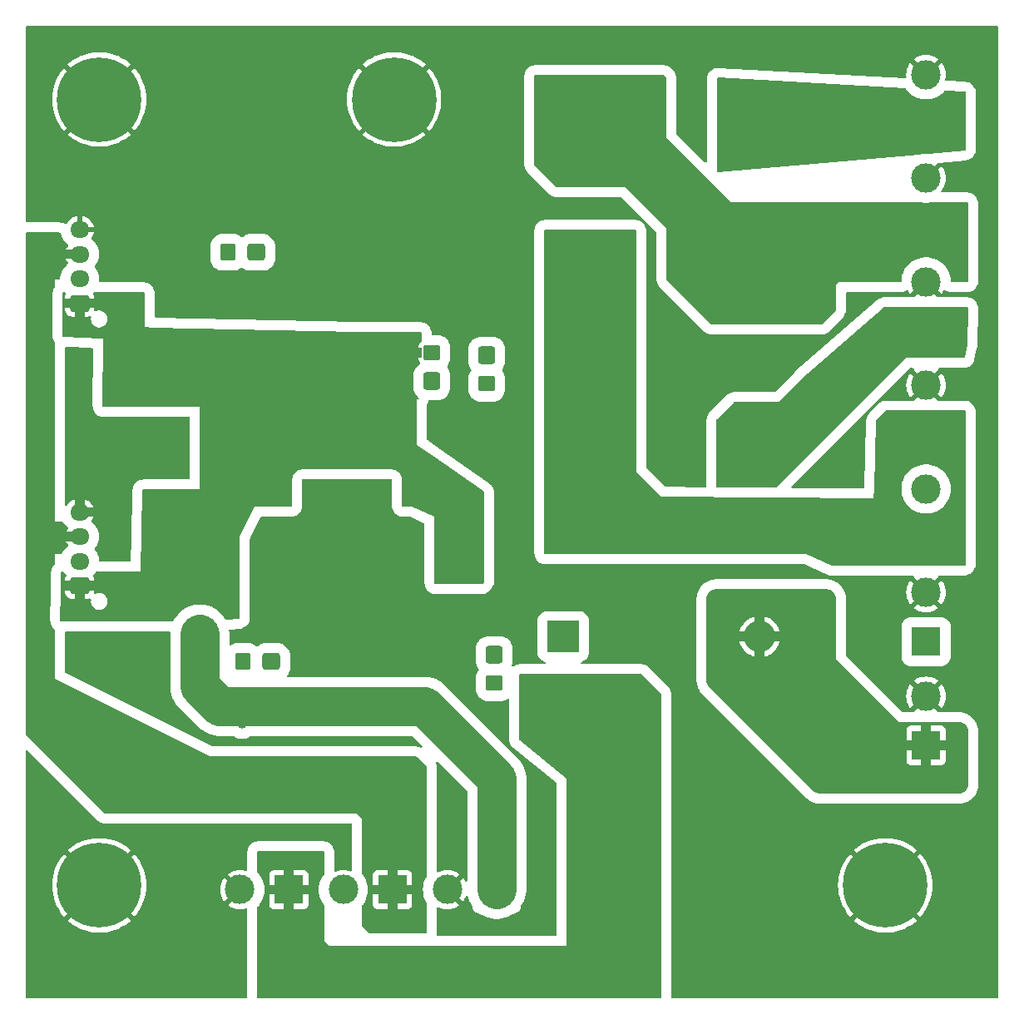
<source format=gbr>
%TF.GenerationSoftware,KiCad,Pcbnew,8.0.3*%
%TF.CreationDate,2024-11-19T22:25:58+01:00*%
%TF.ProjectId,weerstation-power,77656572-7374-4617-9469-6f6e2d706f77,rev?*%
%TF.SameCoordinates,Original*%
%TF.FileFunction,Copper,L1,Top*%
%TF.FilePolarity,Positive*%
%FSLAX46Y46*%
G04 Gerber Fmt 4.6, Leading zero omitted, Abs format (unit mm)*
G04 Created by KiCad (PCBNEW 8.0.3) date 2024-11-19 22:25:58*
%MOMM*%
%LPD*%
G01*
G04 APERTURE LIST*
G04 Aperture macros list*
%AMRoundRect*
0 Rectangle with rounded corners*
0 $1 Rounding radius*
0 $2 $3 $4 $5 $6 $7 $8 $9 X,Y pos of 4 corners*
0 Add a 4 corners polygon primitive as box body*
4,1,4,$2,$3,$4,$5,$6,$7,$8,$9,$2,$3,0*
0 Add four circle primitives for the rounded corners*
1,1,$1+$1,$2,$3*
1,1,$1+$1,$4,$5*
1,1,$1+$1,$6,$7*
1,1,$1+$1,$8,$9*
0 Add four rect primitives between the rounded corners*
20,1,$1+$1,$2,$3,$4,$5,0*
20,1,$1+$1,$4,$5,$6,$7,0*
20,1,$1+$1,$6,$7,$8,$9,0*
20,1,$1+$1,$8,$9,$2,$3,0*%
G04 Aperture macros list end*
%TA.AperFunction,ComponentPad*%
%ADD10C,8.600000*%
%TD*%
%TA.AperFunction,ComponentPad*%
%ADD11R,3.000000X3.000000*%
%TD*%
%TA.AperFunction,ComponentPad*%
%ADD12C,3.000000*%
%TD*%
%TA.AperFunction,ComponentPad*%
%ADD13RoundRect,0.250000X0.725000X-0.600000X0.725000X0.600000X-0.725000X0.600000X-0.725000X-0.600000X0*%
%TD*%
%TA.AperFunction,ComponentPad*%
%ADD14O,1.950000X1.700000*%
%TD*%
%TA.AperFunction,ComponentPad*%
%ADD15R,3.200000X3.200000*%
%TD*%
%TA.AperFunction,ComponentPad*%
%ADD16O,3.200000X3.200000*%
%TD*%
%TA.AperFunction,ComponentPad*%
%ADD17RoundRect,0.307018X-0.567982X0.592982X-0.567982X-0.592982X0.567982X-0.592982X0.567982X0.592982X0*%
%TD*%
%TA.AperFunction,ComponentPad*%
%ADD18RoundRect,0.280702X-0.594298X0.519298X-0.594298X-0.519298X0.594298X-0.519298X0.594298X0.519298X0*%
%TD*%
%TA.AperFunction,ComponentPad*%
%ADD19RoundRect,0.307018X0.592982X0.567982X-0.592982X0.567982X-0.592982X-0.567982X0.592982X-0.567982X0*%
%TD*%
%TA.AperFunction,ComponentPad*%
%ADD20RoundRect,0.280702X0.519298X0.594298X-0.519298X0.594298X-0.519298X-0.594298X0.519298X-0.594298X0*%
%TD*%
%TA.AperFunction,ComponentPad*%
%ADD21RoundRect,0.307018X0.567982X-0.592982X0.567982X0.592982X-0.567982X0.592982X-0.567982X-0.592982X0*%
%TD*%
%TA.AperFunction,ComponentPad*%
%ADD22RoundRect,0.280702X0.594298X-0.519298X0.594298X0.519298X-0.594298X0.519298X-0.594298X-0.519298X0*%
%TD*%
%TA.AperFunction,ViaPad*%
%ADD23C,0.800000*%
%TD*%
%TA.AperFunction,ViaPad*%
%ADD24C,1.500000*%
%TD*%
%TA.AperFunction,ViaPad*%
%ADD25C,1.400000*%
%TD*%
%TA.AperFunction,ViaPad*%
%ADD26C,2.000000*%
%TD*%
%TA.AperFunction,ViaPad*%
%ADD27C,1.000000*%
%TD*%
%TA.AperFunction,ViaPad*%
%ADD28C,1.600000*%
%TD*%
%TA.AperFunction,ViaPad*%
%ADD29C,3.000000*%
%TD*%
%TA.AperFunction,Conductor*%
%ADD30C,0.250000*%
%TD*%
%TA.AperFunction,Conductor*%
%ADD31C,2.000000*%
%TD*%
%TA.AperFunction,Conductor*%
%ADD32C,4.000000*%
%TD*%
%TA.AperFunction,Conductor*%
%ADD33C,5.000000*%
%TD*%
G04 APERTURE END LIST*
D10*
%TO.P,H1,1,1*%
%TO.N,GND*%
X20000000Y-20000000D03*
%TD*%
D11*
%TO.P,J12,1,Pin_1*%
%TO.N,+5VL*%
X39303500Y-100432500D03*
D12*
%TO.P,J12,2,Pin_2*%
%TO.N,GND*%
X34303500Y-100432500D03*
%TD*%
D13*
%TO.P,J1,1,Pin_1*%
%TO.N,+12L*%
X18000000Y-40750000D03*
D14*
%TO.P,J1,2,Pin_2*%
%TO.N,+5V*%
X18000000Y-38250000D03*
%TO.P,J1,3,Pin_3*%
%TO.N,+3.3V*%
X18000000Y-35750000D03*
%TO.P,J1,4,Pin_4*%
%TO.N,GND*%
X18000000Y-33250000D03*
%TD*%
D15*
%TO.P,D2,1,K*%
%TO.N,VDD*%
X67630000Y-38100000D03*
D16*
%TO.P,D2,2,A*%
%TO.N,+BATT*%
X87630000Y-38100000D03*
%TD*%
D11*
%TO.P,J10,1,Pin_1*%
%TO.N,+5V*%
X60432500Y-100432500D03*
D12*
%TO.P,J10,2,Pin_2*%
%TO.N,GND*%
X55432500Y-100432500D03*
%TD*%
D11*
%TO.P,J5,1,Pin_1*%
%TO.N,VDC*%
X104140000Y-43561000D03*
D12*
%TO.P,J5,2,Pin_2*%
%TO.N,GND*%
X104140000Y-38561000D03*
%TD*%
D10*
%TO.P,H3,1,1*%
%TO.N,GND*%
X100000000Y-100000000D03*
%TD*%
D13*
%TO.P,J2,1,Pin_1*%
%TO.N,+12L*%
X18000000Y-69500000D03*
D14*
%TO.P,J2,2,Pin_2*%
%TO.N,+5V*%
X18000000Y-67000000D03*
%TO.P,J2,3,Pin_3*%
%TO.N,+3.3V*%
X18000000Y-64500000D03*
%TO.P,J2,4,Pin_4*%
%TO.N,GND*%
X18000000Y-62000000D03*
%TD*%
D11*
%TO.P,J7,1,Pin_1*%
%TO.N,VDD*%
X104140000Y-64643000D03*
D12*
%TO.P,J7,2,Pin_2*%
%TO.N,VBUS*%
X104140000Y-59643000D03*
%TD*%
D10*
%TO.P,H2,1,1*%
%TO.N,GND*%
X50000000Y-20000000D03*
%TD*%
D11*
%TO.P,J9,1,Pin_1*%
%TO.N,+5VP*%
X104140000Y-85744500D03*
D12*
%TO.P,J9,2,Pin_2*%
%TO.N,GND*%
X104140000Y-80744500D03*
%TD*%
D11*
%TO.P,J6,1,Pin_1*%
%TO.N,VDD*%
X104140000Y-54102000D03*
D12*
%TO.P,J6,2,Pin_2*%
%TO.N,GND*%
X104140000Y-49102000D03*
%TD*%
D15*
%TO.P,D4,1,K*%
%TO.N,Net-(D4-K)*%
X67216000Y-74676000D03*
D16*
%TO.P,D4,2,A*%
%TO.N,+5VP*%
X87216000Y-74676000D03*
%TD*%
D10*
%TO.P,H4,1,1*%
%TO.N,GND*%
X20000000Y-100000000D03*
%TD*%
D11*
%TO.P,J8,1,Pin_1*%
%TO.N,VBUS*%
X104140000Y-75184000D03*
D12*
%TO.P,J8,2,Pin_2*%
%TO.N,GND*%
X104140000Y-70184000D03*
%TD*%
D11*
%TO.P,J11,1,Pin_1*%
%TO.N,+3.3V*%
X49844500Y-100432500D03*
D12*
%TO.P,J11,2,Pin_2*%
%TO.N,GND*%
X44844500Y-100432500D03*
%TD*%
D15*
%TO.P,D1,1,K*%
%TO.N,+BATT*%
X67376000Y-22606000D03*
D16*
%TO.P,D1,2,A*%
%TO.N,+VDC*%
X87376000Y-22606000D03*
%TD*%
D11*
%TO.P,J4,1,Pin_1*%
%TO.N,+BATT*%
X104140000Y-33020000D03*
D12*
%TO.P,J4,2,Pin_2*%
%TO.N,GND*%
X104140000Y-28020000D03*
%TD*%
D11*
%TO.P,J3,1,Pin_1*%
%TO.N,+VDC*%
X104140000Y-22479000D03*
D12*
%TO.P,J3,2,Pin_2*%
%TO.N,GND*%
X104140000Y-17479000D03*
%TD*%
D15*
%TO.P,D3,1,K*%
%TO.N,VDD*%
X67470000Y-55880000D03*
D16*
%TO.P,D3,2,A*%
%TO.N,VDC*%
X87470000Y-55880000D03*
%TD*%
D17*
%TO.P,F3,1*%
%TO.N,Net-(D4-K)*%
X60198000Y-76527000D03*
D18*
%TO.P,F3,2*%
%TO.N,+5VL*%
X60198000Y-79429000D03*
%TD*%
D17*
%TO.P,F1,1*%
%TO.N,+12L*%
X59436000Y-46047000D03*
D18*
%TO.P,F1,2*%
%TO.N,VBUS*%
X59436000Y-48949000D03*
%TD*%
D19*
%TO.P,F5,1*%
%TO.N,Net-(U2-VO)*%
X37519000Y-77216000D03*
D20*
%TO.P,F5,2*%
%TO.N,+5V*%
X34617000Y-77216000D03*
%TD*%
D19*
%TO.P,F4,1*%
%TO.N,Net-(U1-VO)*%
X35995000Y-35560000D03*
D20*
%TO.P,F4,2*%
%TO.N,+3.3V*%
X33093000Y-35560000D03*
%TD*%
D21*
%TO.P,F2,1*%
%TO.N,VBUS*%
X53848000Y-48695000D03*
D22*
%TO.P,F2,2*%
%TO.N,+12L*%
X53848000Y-45793000D03*
%TD*%
D23*
%TO.N,GND*%
X80975200Y-14782800D03*
X14986000Y-28295600D03*
X17881600Y-46786800D03*
X55930800Y-92506800D03*
X110591600Y-49377600D03*
X97028000Y-54914800D03*
X77165200Y-47396400D03*
X35052000Y-19100800D03*
X25501600Y-79400400D03*
X84226400Y-46990000D03*
X20320000Y-53086000D03*
X27178000Y-57658000D03*
X45720000Y-73152000D03*
X56642000Y-30988000D03*
X20320000Y-54356000D03*
X49022000Y-59690000D03*
X40132000Y-30988000D03*
X20320000Y-55880000D03*
X27178000Y-53086000D03*
X41656000Y-73152000D03*
X25146000Y-53086000D03*
X18288000Y-57658000D03*
X18288000Y-54356000D03*
X25146000Y-57658000D03*
X18288000Y-53086000D03*
X25146000Y-54610000D03*
X18288000Y-55880000D03*
X27178000Y-56134000D03*
X47498000Y-73152000D03*
X25146000Y-56134000D03*
X47498000Y-59690000D03*
X43688000Y-73152000D03*
D24*
X62992000Y-51562000D03*
D23*
X43688000Y-59690000D03*
X49022000Y-73152000D03*
X45466000Y-30988000D03*
X20320000Y-57658000D03*
X45720000Y-59690000D03*
X27178000Y-29718000D03*
X40132000Y-41910000D03*
D24*
X62992000Y-67564000D03*
D23*
X27178000Y-54610000D03*
X41656000Y-59690000D03*
D25*
%TO.N,+12L*%
X56388000Y-66954400D03*
X58318400Y-66954400D03*
X46990000Y-48768000D03*
D26*
X48895000Y-46990000D03*
D25*
X51054000Y-44704000D03*
X46990000Y-44704000D03*
X51054000Y-48768000D03*
D23*
%TO.N,+5V*%
X34544000Y-80264000D03*
X31496000Y-77216000D03*
D27*
X34544000Y-83566000D03*
X30226000Y-74422000D03*
D28*
X34544000Y-81788000D03*
D24*
%TO.N,+5VL*%
X64389000Y-84455000D03*
X67183000Y-81915000D03*
D29*
X67310000Y-85217000D03*
D24*
X64389000Y-81788000D03*
%TD*%
D30*
%TO.N,+12L*%
X18000000Y-40750000D02*
X18034000Y-40784000D01*
D31*
%TO.N,+3.3V*%
X49784000Y-100372000D02*
X49844500Y-100432500D01*
D30*
%TO.N,+5V*%
X60452000Y-100413000D02*
X60432500Y-100432500D01*
D32*
X53086000Y-81788000D02*
X32258000Y-81788000D01*
X60452000Y-100413000D02*
X60452000Y-89154000D01*
X30226000Y-79756000D02*
X30226000Y-74422000D01*
X32258000Y-81788000D02*
X30226000Y-79756000D01*
X60452000Y-89154000D02*
X53086000Y-81788000D01*
D33*
%TO.N,+BATT*%
X67455045Y-22606000D02*
X67376000Y-22606000D01*
D30*
%TO.N,VDD*%
X67630000Y-55720000D02*
X67470000Y-55880000D01*
%TD*%
%TA.AperFunction,Conductor*%
%TO.N,GND*%
G36*
X28702000Y-58420000D02*
G01*
X21336000Y-58420000D01*
X21336000Y-62738000D01*
X19257502Y-62738000D01*
X19279620Y-62707557D01*
X19376096Y-62518215D01*
X19382014Y-62500001D01*
X19382014Y-62500000D01*
X17624000Y-62500000D01*
X17556961Y-62480315D01*
X17511206Y-62427511D01*
X17500000Y-62376000D01*
X17500000Y-61937465D01*
X17525000Y-61937465D01*
X17525000Y-62062535D01*
X17557370Y-62183343D01*
X17619905Y-62291657D01*
X17708343Y-62380095D01*
X17816657Y-62442630D01*
X17937465Y-62475000D01*
X18062535Y-62475000D01*
X18183343Y-62442630D01*
X18291657Y-62380095D01*
X18380095Y-62291657D01*
X18442630Y-62183343D01*
X18475000Y-62062535D01*
X18475000Y-61937465D01*
X18442630Y-61816657D01*
X18380095Y-61708343D01*
X18291657Y-61619905D01*
X18183343Y-61557370D01*
X18062535Y-61525000D01*
X17937465Y-61525000D01*
X17816657Y-61557370D01*
X17708343Y-61619905D01*
X17619905Y-61708343D01*
X17557370Y-61816657D01*
X17525000Y-61937465D01*
X17500000Y-61937465D01*
X17500000Y-61500000D01*
X18500000Y-61500000D01*
X19382014Y-61500000D01*
X19382014Y-61499998D01*
X19376096Y-61481784D01*
X19279620Y-61292442D01*
X19154727Y-61120540D01*
X19154723Y-61120535D01*
X19004464Y-60970276D01*
X19004459Y-60970272D01*
X18832557Y-60845379D01*
X18643222Y-60748907D01*
X18500000Y-60702371D01*
X18500000Y-61500000D01*
X17500000Y-61500000D01*
X17500000Y-60702371D01*
X17499999Y-60702371D01*
X17356777Y-60748907D01*
X17167442Y-60845379D01*
X17018000Y-60953954D01*
X17018000Y-52324000D01*
X28702000Y-52324000D01*
X28702000Y-58420000D01*
G37*
%TD.AperFunction*%
%TD*%
%TA.AperFunction,Conductor*%
%TO.N,GND*%
G36*
X49784000Y-74930000D02*
G01*
X40640000Y-74930000D01*
X40640000Y-58674000D01*
X49784000Y-58674000D01*
X49784000Y-74930000D01*
G37*
%TD.AperFunction*%
%TD*%
%TA.AperFunction,Conductor*%
%TO.N,VDC*%
G36*
X108397749Y-41167685D02*
G01*
X108443504Y-41220489D01*
X108454668Y-41275246D01*
X108356720Y-45015625D01*
X108353682Y-45039844D01*
X108082663Y-46233065D01*
X108048619Y-46294079D01*
X107986992Y-46327002D01*
X107961743Y-46329600D01*
X102057199Y-46329600D01*
X88894905Y-59491893D01*
X88833582Y-59525378D01*
X88806350Y-59528209D01*
X82927126Y-59486749D01*
X82860227Y-59466592D01*
X82814845Y-59413467D01*
X82804000Y-59362752D01*
X82804000Y-52629362D01*
X82823685Y-52562323D01*
X82840319Y-52541681D01*
X84545681Y-50836319D01*
X84607004Y-50802834D01*
X84633362Y-50800000D01*
X89154000Y-50800000D01*
X91437176Y-48516824D01*
X91443003Y-48511361D01*
X99786888Y-41178856D01*
X99850240Y-41149388D01*
X99868742Y-41148000D01*
X108330710Y-41148000D01*
X108397749Y-41167685D01*
G37*
%TD.AperFunction*%
%TD*%
%TA.AperFunction,Conductor*%
%TO.N,+BATT*%
G36*
X77485677Y-17545685D02*
G01*
X77506319Y-17562319D01*
X77687681Y-17743681D01*
X77721166Y-17805004D01*
X77724000Y-17831362D01*
X77724000Y-23876000D01*
X84328000Y-30480000D01*
X103654286Y-30480000D01*
X103669827Y-30480978D01*
X103982670Y-30520499D01*
X103982679Y-30520499D01*
X103982682Y-30520500D01*
X103982684Y-30520500D01*
X104297316Y-30520500D01*
X104297318Y-30520500D01*
X104297321Y-30520499D01*
X104297329Y-30520499D01*
X104610173Y-30480978D01*
X104625714Y-30480000D01*
X108334000Y-30480000D01*
X108401039Y-30499685D01*
X108446794Y-30552489D01*
X108458000Y-30604000D01*
X108458000Y-38484000D01*
X108438315Y-38551039D01*
X108385511Y-38596794D01*
X108334000Y-38608000D01*
X106764845Y-38608000D01*
X106697806Y-38588315D01*
X106652051Y-38535511D01*
X106641090Y-38491786D01*
X106625689Y-38246995D01*
X106625688Y-38246988D01*
X106625688Y-38246985D01*
X106566731Y-37937921D01*
X106469503Y-37638685D01*
X106335537Y-37353993D01*
X106166947Y-37088337D01*
X106166945Y-37088334D01*
X105966393Y-36845909D01*
X105966391Y-36845907D01*
X105737031Y-36630523D01*
X105737021Y-36630515D01*
X105482495Y-36445591D01*
X105482488Y-36445586D01*
X105482484Y-36445584D01*
X105206766Y-36294006D01*
X105206763Y-36294004D01*
X105206758Y-36294002D01*
X105206757Y-36294001D01*
X104914228Y-36178181D01*
X104914225Y-36178180D01*
X104609476Y-36099934D01*
X104609463Y-36099932D01*
X104297329Y-36060500D01*
X104297318Y-36060500D01*
X103982682Y-36060500D01*
X103982670Y-36060500D01*
X103670536Y-36099932D01*
X103670523Y-36099934D01*
X103365774Y-36178180D01*
X103365771Y-36178181D01*
X103073242Y-36294001D01*
X103073241Y-36294002D01*
X102797516Y-36445584D01*
X102797504Y-36445591D01*
X102542978Y-36630515D01*
X102542968Y-36630523D01*
X102313608Y-36845907D01*
X102313606Y-36845909D01*
X102113054Y-37088334D01*
X102113051Y-37088338D01*
X101944464Y-37353990D01*
X101944461Y-37353996D01*
X101810499Y-37638678D01*
X101810497Y-37638683D01*
X101713270Y-37937916D01*
X101654311Y-38246988D01*
X101654310Y-38246995D01*
X101638910Y-38491786D01*
X101615055Y-38557457D01*
X101559483Y-38599806D01*
X101515155Y-38608000D01*
X95249999Y-38608000D01*
X94996000Y-38861999D01*
X94996000Y-41401438D01*
X94976315Y-41468477D01*
X94959681Y-41489119D01*
X93559119Y-42889681D01*
X93497796Y-42923166D01*
X93471438Y-42926000D01*
X82347362Y-42926000D01*
X82280323Y-42906315D01*
X82259681Y-42889681D01*
X77760319Y-38390319D01*
X77726834Y-38328996D01*
X77724000Y-38302638D01*
X77724000Y-33121600D01*
X73558400Y-28956000D01*
X66599362Y-28956000D01*
X66532323Y-28936315D01*
X66511681Y-28919681D01*
X64298319Y-26706319D01*
X64264834Y-26644996D01*
X64262000Y-26618638D01*
X64262000Y-17650000D01*
X64281685Y-17582961D01*
X64334489Y-17537206D01*
X64386000Y-17526000D01*
X77418638Y-17526000D01*
X77485677Y-17545685D01*
G37*
%TD.AperFunction*%
%TD*%
%TA.AperFunction,Conductor*%
%TO.N,+3.3V*%
G36*
X16005602Y-33547685D02*
G01*
X16051357Y-33600489D01*
X16058334Y-33619898D01*
X16079650Y-33699445D01*
X16118946Y-33846102D01*
X16211773Y-34070205D01*
X16211776Y-34070212D01*
X16333064Y-34280289D01*
X16333066Y-34280292D01*
X16333067Y-34280293D01*
X16480733Y-34472736D01*
X16480739Y-34472743D01*
X16652256Y-34644260D01*
X16652263Y-34644266D01*
X16785905Y-34746813D01*
X16827108Y-34803241D01*
X16831263Y-34872987D01*
X16810737Y-34918074D01*
X16720379Y-35042442D01*
X16623903Y-35231784D01*
X16617985Y-35249998D01*
X16617986Y-35250000D01*
X18376000Y-35250000D01*
X18443039Y-35269685D01*
X18488794Y-35322489D01*
X18500000Y-35374000D01*
X18500000Y-36126000D01*
X18480315Y-36193039D01*
X18427511Y-36238794D01*
X18376000Y-36250000D01*
X16617986Y-36250000D01*
X16617985Y-36250001D01*
X16623903Y-36268215D01*
X16720379Y-36457557D01*
X16810737Y-36581925D01*
X16834217Y-36647731D01*
X16818391Y-36715785D01*
X16785906Y-36753186D01*
X16652256Y-36855739D01*
X16480739Y-37027256D01*
X16480733Y-37027263D01*
X16333067Y-37219706D01*
X16211777Y-37429785D01*
X16211773Y-37429794D01*
X16118947Y-37653895D01*
X16056161Y-37888214D01*
X16024500Y-38128711D01*
X16024500Y-38230000D01*
X16004815Y-38297039D01*
X15952011Y-38342794D01*
X15900500Y-38354000D01*
X15494000Y-38354000D01*
X15494000Y-39012708D01*
X15474315Y-39079747D01*
X15473062Y-39081659D01*
X15387693Y-39209261D01*
X15387690Y-39209268D01*
X15310916Y-39397671D01*
X15310914Y-39397677D01*
X15291233Y-39464706D01*
X15271082Y-39545597D01*
X15251678Y-39736412D01*
X15250500Y-39748000D01*
X15250500Y-44076571D01*
X15269639Y-44271817D01*
X15278989Y-44319053D01*
X15296569Y-44393056D01*
X15296572Y-44393064D01*
X15370599Y-44582559D01*
X15370600Y-44582560D01*
X15474053Y-44742162D01*
X15493999Y-44809124D01*
X15494000Y-44809608D01*
X15494000Y-62992000D01*
X16242534Y-62992000D01*
X16309573Y-63011685D01*
X16340910Y-63040514D01*
X16480733Y-63222736D01*
X16480739Y-63222743D01*
X16652256Y-63394260D01*
X16652263Y-63394266D01*
X16785905Y-63496813D01*
X16827108Y-63553241D01*
X16831263Y-63622987D01*
X16810737Y-63668074D01*
X16720379Y-63792442D01*
X16623903Y-63981784D01*
X16617985Y-63999998D01*
X16617986Y-64000000D01*
X18376000Y-64000000D01*
X18443039Y-64019685D01*
X18488794Y-64072489D01*
X18500000Y-64124000D01*
X18500000Y-64876000D01*
X18480315Y-64943039D01*
X18427511Y-64988794D01*
X18376000Y-65000000D01*
X16617986Y-65000000D01*
X16617985Y-65000001D01*
X16623903Y-65018215D01*
X16720379Y-65207557D01*
X16810737Y-65331925D01*
X16834217Y-65397731D01*
X16818391Y-65465785D01*
X16785906Y-65503186D01*
X16652256Y-65605739D01*
X16480739Y-65777256D01*
X16480733Y-65777263D01*
X16333067Y-65969706D01*
X16211777Y-66179785D01*
X16211774Y-66179791D01*
X16196176Y-66217451D01*
X16152335Y-66271855D01*
X16086042Y-66293921D01*
X16081614Y-66294000D01*
X15494000Y-66294000D01*
X15494000Y-67273657D01*
X15474315Y-67340696D01*
X15457178Y-67361839D01*
X15344621Y-67473114D01*
X15344620Y-67473115D01*
X15228590Y-67640238D01*
X15148581Y-67827289D01*
X15127740Y-67893986D01*
X15106201Y-67974509D01*
X15106200Y-67974511D01*
X15082133Y-68176518D01*
X15082132Y-68176529D01*
X15067303Y-69036638D01*
X15060691Y-69420134D01*
X15048407Y-70132652D01*
X15048407Y-70132653D01*
X14998824Y-73008552D01*
X14998678Y-73028783D01*
X15019851Y-73231134D01*
X15019851Y-73231140D01*
X15031034Y-73284762D01*
X15031042Y-73284795D01*
X15057374Y-73384942D01*
X15138463Y-73571524D01*
X15138467Y-73571531D01*
X15188163Y-73642234D01*
X15255457Y-73737974D01*
X15301212Y-73790778D01*
X15351906Y-73840318D01*
X15420319Y-73907174D01*
X15420322Y-73907176D01*
X15420325Y-73907179D01*
X15438951Y-73919640D01*
X15483725Y-73973278D01*
X15494000Y-74022702D01*
X15494000Y-78994000D01*
X15494001Y-78994001D01*
X31241999Y-86868000D01*
X31242000Y-86868000D01*
X52207231Y-86868000D01*
X52274270Y-86887685D01*
X52292040Y-86901537D01*
X53300809Y-87847258D01*
X53336253Y-87907470D01*
X53340000Y-87937721D01*
X53340000Y-99027106D01*
X53320697Y-99093548D01*
X53236964Y-99225490D01*
X53236961Y-99225496D01*
X53102999Y-99510178D01*
X53102997Y-99510183D01*
X53005770Y-99809416D01*
X52946811Y-100118488D01*
X52946810Y-100118495D01*
X52927056Y-100432494D01*
X52927056Y-100432505D01*
X52946810Y-100746504D01*
X52946811Y-100746511D01*
X52946812Y-100746515D01*
X52996792Y-101008522D01*
X53005770Y-101055583D01*
X53102997Y-101354816D01*
X53102999Y-101354821D01*
X53236961Y-101639503D01*
X53236964Y-101639509D01*
X53320697Y-101771451D01*
X53340000Y-101837893D01*
X53340000Y-104778000D01*
X53320315Y-104845039D01*
X53267511Y-104890794D01*
X53216000Y-104902000D01*
X47549362Y-104902000D01*
X47482323Y-104882315D01*
X47461681Y-104865681D01*
X46772319Y-104176319D01*
X46738834Y-104114996D01*
X46736000Y-104088638D01*
X46736000Y-102113531D01*
X46755685Y-102046492D01*
X46764448Y-102034501D01*
X46809251Y-101980344D01*
X47844500Y-101980344D01*
X47850901Y-102039872D01*
X47850903Y-102039879D01*
X47901145Y-102174586D01*
X47901149Y-102174593D01*
X47987309Y-102289687D01*
X47987312Y-102289690D01*
X48102406Y-102375850D01*
X48102413Y-102375854D01*
X48237120Y-102426096D01*
X48237127Y-102426098D01*
X48296655Y-102432499D01*
X48296672Y-102432500D01*
X49344500Y-102432500D01*
X50344500Y-102432500D01*
X51392328Y-102432500D01*
X51392344Y-102432499D01*
X51451872Y-102426098D01*
X51451879Y-102426096D01*
X51586586Y-102375854D01*
X51586593Y-102375850D01*
X51701687Y-102289690D01*
X51701690Y-102289687D01*
X51787850Y-102174593D01*
X51787854Y-102174586D01*
X51838096Y-102039879D01*
X51838098Y-102039872D01*
X51844499Y-101980344D01*
X51844500Y-101980327D01*
X51844500Y-100932500D01*
X50344500Y-100932500D01*
X50344500Y-102432500D01*
X49344500Y-102432500D01*
X49344500Y-100932500D01*
X47844500Y-100932500D01*
X47844500Y-101980344D01*
X46809251Y-101980344D01*
X46871447Y-101905163D01*
X47040037Y-101639507D01*
X47174003Y-101354815D01*
X47271231Y-101055579D01*
X47330188Y-100746515D01*
X47330189Y-100746504D01*
X47349944Y-100432505D01*
X47349944Y-100432494D01*
X47345917Y-100368481D01*
X49194500Y-100368481D01*
X49194500Y-100496519D01*
X49219479Y-100622098D01*
X49268478Y-100740390D01*
X49339612Y-100846851D01*
X49430149Y-100937388D01*
X49536610Y-101008522D01*
X49654902Y-101057521D01*
X49780481Y-101082500D01*
X49908519Y-101082500D01*
X50034098Y-101057521D01*
X50152390Y-101008522D01*
X50258851Y-100937388D01*
X50349388Y-100846851D01*
X50420522Y-100740390D01*
X50469521Y-100622098D01*
X50494500Y-100496519D01*
X50494500Y-100368481D01*
X50469521Y-100242902D01*
X50420522Y-100124610D01*
X50349388Y-100018149D01*
X50263739Y-99932500D01*
X50344500Y-99932500D01*
X51844500Y-99932500D01*
X51844500Y-98884672D01*
X51844499Y-98884655D01*
X51838098Y-98825127D01*
X51838096Y-98825120D01*
X51787854Y-98690413D01*
X51787850Y-98690406D01*
X51701690Y-98575312D01*
X51701687Y-98575309D01*
X51586593Y-98489149D01*
X51586586Y-98489145D01*
X51451879Y-98438903D01*
X51451872Y-98438901D01*
X51392344Y-98432500D01*
X50344500Y-98432500D01*
X50344500Y-99932500D01*
X50263739Y-99932500D01*
X50258851Y-99927612D01*
X50152390Y-99856478D01*
X50034098Y-99807479D01*
X49908519Y-99782500D01*
X49780481Y-99782500D01*
X49654902Y-99807479D01*
X49536610Y-99856478D01*
X49430149Y-99927612D01*
X49339612Y-100018149D01*
X49268478Y-100124610D01*
X49219479Y-100242902D01*
X49194500Y-100368481D01*
X47345917Y-100368481D01*
X47330189Y-100118495D01*
X47330188Y-100118488D01*
X47330188Y-100118485D01*
X47271231Y-99809421D01*
X47174003Y-99510185D01*
X47040037Y-99225493D01*
X47004914Y-99170148D01*
X46871448Y-98959838D01*
X46871446Y-98959835D01*
X46809252Y-98884655D01*
X47844500Y-98884655D01*
X47844500Y-99932500D01*
X49344500Y-99932500D01*
X49344500Y-98432500D01*
X48296655Y-98432500D01*
X48237127Y-98438901D01*
X48237120Y-98438903D01*
X48102413Y-98489145D01*
X48102406Y-98489149D01*
X47987312Y-98575309D01*
X47987309Y-98575312D01*
X47901149Y-98690406D01*
X47901145Y-98690413D01*
X47850903Y-98825120D01*
X47850901Y-98825127D01*
X47844500Y-98884655D01*
X46809252Y-98884655D01*
X46764456Y-98830506D01*
X46736891Y-98766304D01*
X46736000Y-98751466D01*
X46736000Y-93218000D01*
X46228000Y-92710000D01*
X20625362Y-92710000D01*
X20558323Y-92690315D01*
X20537681Y-92673681D01*
X12536819Y-84672819D01*
X12503334Y-84611496D01*
X12500500Y-84585138D01*
X12500500Y-64437465D01*
X17525000Y-64437465D01*
X17525000Y-64562535D01*
X17557370Y-64683343D01*
X17619905Y-64791657D01*
X17708343Y-64880095D01*
X17816657Y-64942630D01*
X17937465Y-64975000D01*
X18062535Y-64975000D01*
X18183343Y-64942630D01*
X18291657Y-64880095D01*
X18380095Y-64791657D01*
X18442630Y-64683343D01*
X18475000Y-64562535D01*
X18475000Y-64437465D01*
X18442630Y-64316657D01*
X18380095Y-64208343D01*
X18291657Y-64119905D01*
X18183343Y-64057370D01*
X18062535Y-64025000D01*
X17937465Y-64025000D01*
X17816657Y-64057370D01*
X17708343Y-64119905D01*
X17619905Y-64208343D01*
X17557370Y-64316657D01*
X17525000Y-64437465D01*
X12500500Y-64437465D01*
X12500500Y-35687465D01*
X17525000Y-35687465D01*
X17525000Y-35812535D01*
X17557370Y-35933343D01*
X17619905Y-36041657D01*
X17708343Y-36130095D01*
X17816657Y-36192630D01*
X17937465Y-36225000D01*
X18062535Y-36225000D01*
X18183343Y-36192630D01*
X18291657Y-36130095D01*
X18380095Y-36041657D01*
X18442630Y-35933343D01*
X18475000Y-35812535D01*
X18475000Y-35687465D01*
X18442630Y-35566657D01*
X18380095Y-35458343D01*
X18291657Y-35369905D01*
X18183343Y-35307370D01*
X18062535Y-35275000D01*
X17937465Y-35275000D01*
X17816657Y-35307370D01*
X17708343Y-35369905D01*
X17619905Y-35458343D01*
X17557370Y-35566657D01*
X17525000Y-35687465D01*
X12500500Y-35687465D01*
X12500500Y-33652000D01*
X12520185Y-33584961D01*
X12572989Y-33539206D01*
X12624500Y-33528000D01*
X15938563Y-33528000D01*
X16005602Y-33547685D01*
G37*
%TD.AperFunction*%
%TD*%
%TA.AperFunction,Conductor*%
%TO.N,VDD*%
G36*
X74619039Y-33293685D02*
G01*
X74664794Y-33346489D01*
X74676000Y-33398000D01*
X74676000Y-57912000D01*
X77216000Y-60452000D01*
X98826688Y-60604400D01*
X98852582Y-59642994D01*
X101634556Y-59642994D01*
X101634556Y-59643005D01*
X101654310Y-59957004D01*
X101654311Y-59957011D01*
X101713270Y-60266083D01*
X101810497Y-60565316D01*
X101810499Y-60565321D01*
X101944461Y-60850003D01*
X101944464Y-60850009D01*
X102113051Y-61115661D01*
X102113054Y-61115665D01*
X102313606Y-61358090D01*
X102313608Y-61358092D01*
X102542968Y-61573476D01*
X102542978Y-61573484D01*
X102797504Y-61758408D01*
X102797509Y-61758410D01*
X102797516Y-61758416D01*
X103073234Y-61909994D01*
X103073239Y-61909996D01*
X103073241Y-61909997D01*
X103073242Y-61909998D01*
X103365771Y-62025818D01*
X103365774Y-62025819D01*
X103670523Y-62104065D01*
X103670527Y-62104066D01*
X103736010Y-62112338D01*
X103982670Y-62143499D01*
X103982679Y-62143499D01*
X103982682Y-62143500D01*
X103982684Y-62143500D01*
X104297316Y-62143500D01*
X104297318Y-62143500D01*
X104297321Y-62143499D01*
X104297329Y-62143499D01*
X104483593Y-62119968D01*
X104609473Y-62104066D01*
X104914225Y-62025819D01*
X104914228Y-62025818D01*
X105206757Y-61909998D01*
X105206758Y-61909997D01*
X105206756Y-61909997D01*
X105206766Y-61909994D01*
X105482484Y-61758416D01*
X105737030Y-61573478D01*
X105966390Y-61358094D01*
X106166947Y-61115663D01*
X106335537Y-60850007D01*
X106469503Y-60565315D01*
X106566731Y-60266079D01*
X106625688Y-59957015D01*
X106645444Y-59643000D01*
X106625688Y-59328985D01*
X106566731Y-59019921D01*
X106469503Y-58720685D01*
X106335537Y-58435993D01*
X106259358Y-58315954D01*
X106166948Y-58170338D01*
X106166945Y-58170334D01*
X105966393Y-57927909D01*
X105966391Y-57927907D01*
X105737031Y-57712523D01*
X105737021Y-57712515D01*
X105482495Y-57527591D01*
X105482488Y-57527586D01*
X105482484Y-57527584D01*
X105206766Y-57376006D01*
X105206763Y-57376004D01*
X105206758Y-57376002D01*
X105206757Y-57376001D01*
X104914228Y-57260181D01*
X104914225Y-57260180D01*
X104609476Y-57181934D01*
X104609463Y-57181932D01*
X104297329Y-57142500D01*
X104297318Y-57142500D01*
X103982682Y-57142500D01*
X103982670Y-57142500D01*
X103670536Y-57181932D01*
X103670523Y-57181934D01*
X103365774Y-57260180D01*
X103365771Y-57260181D01*
X103073242Y-57376001D01*
X103073241Y-57376002D01*
X102797516Y-57527584D01*
X102797504Y-57527591D01*
X102542978Y-57712515D01*
X102542968Y-57712523D01*
X102313608Y-57927907D01*
X102313606Y-57927909D01*
X102113054Y-58170334D01*
X102113051Y-58170338D01*
X101944464Y-58435990D01*
X101944461Y-58435996D01*
X101810499Y-58720678D01*
X101810497Y-58720683D01*
X101713270Y-59019916D01*
X101654311Y-59328988D01*
X101654310Y-59328995D01*
X101634556Y-59642994D01*
X98852582Y-59642994D01*
X99038021Y-52757853D01*
X99059503Y-52691371D01*
X99071226Y-52676695D01*
X99899248Y-51787600D01*
X99977952Y-51703091D01*
X100038046Y-51667447D01*
X100068694Y-51663600D01*
X108080000Y-51663600D01*
X108147039Y-51683285D01*
X108192794Y-51736089D01*
X108204000Y-51787600D01*
X108204000Y-67258638D01*
X108184315Y-67325677D01*
X108167681Y-67346319D01*
X108087919Y-67426081D01*
X108026596Y-67459566D01*
X108000238Y-67462400D01*
X94622512Y-67462400D01*
X94572461Y-67451850D01*
X91948000Y-66294000D01*
X65402000Y-66294000D01*
X65334961Y-66274315D01*
X65289206Y-66221511D01*
X65278000Y-66170000D01*
X65278000Y-33398000D01*
X65297685Y-33330961D01*
X65350489Y-33285206D01*
X65402000Y-33274000D01*
X74552000Y-33274000D01*
X74619039Y-33293685D01*
G37*
%TD.AperFunction*%
%TD*%
%TA.AperFunction,Conductor*%
%TO.N,+5VP*%
G36*
X94002061Y-69850597D02*
G01*
X94178941Y-69868018D01*
X94202769Y-69872757D01*
X94367001Y-69922576D01*
X94389453Y-69931877D01*
X94540798Y-70012772D01*
X94561010Y-70026277D01*
X94693666Y-70135145D01*
X94710854Y-70152333D01*
X94819722Y-70284989D01*
X94833227Y-70305201D01*
X94914121Y-70456543D01*
X94923424Y-70479001D01*
X94973240Y-70643224D01*
X94977982Y-70667065D01*
X94995403Y-70843938D01*
X94996000Y-70856092D01*
X94996000Y-76962000D01*
X95288892Y-77254892D01*
X95288897Y-77254898D01*
X101103901Y-83069902D01*
X101103906Y-83069906D01*
X101396800Y-83362800D01*
X107451907Y-83362800D01*
X107464061Y-83363397D01*
X107640941Y-83380818D01*
X107664769Y-83385557D01*
X107829001Y-83435376D01*
X107851453Y-83444677D01*
X108002798Y-83525572D01*
X108023010Y-83539077D01*
X108155666Y-83647945D01*
X108172854Y-83665133D01*
X108281722Y-83797789D01*
X108295227Y-83818001D01*
X108376121Y-83969343D01*
X108385424Y-83991801D01*
X108435240Y-84156024D01*
X108439982Y-84179865D01*
X108457403Y-84356738D01*
X108458000Y-84368892D01*
X108458000Y-89671907D01*
X108457403Y-89684061D01*
X108439982Y-89860934D01*
X108435240Y-89884775D01*
X108385424Y-90048998D01*
X108376121Y-90071456D01*
X108295227Y-90222798D01*
X108281722Y-90243010D01*
X108172854Y-90375666D01*
X108155666Y-90392854D01*
X108023010Y-90501722D01*
X108002798Y-90515227D01*
X107851456Y-90596121D01*
X107828998Y-90605424D01*
X107664775Y-90655240D01*
X107640934Y-90659982D01*
X107464061Y-90677403D01*
X107451907Y-90678000D01*
X93384307Y-90678000D01*
X93372153Y-90677403D01*
X93195278Y-90659982D01*
X93171437Y-90655240D01*
X93007214Y-90605424D01*
X92984756Y-90596121D01*
X92833414Y-90515227D01*
X92813202Y-90501722D01*
X92675813Y-90388969D01*
X92666797Y-90380797D01*
X89578344Y-87292344D01*
X102140000Y-87292344D01*
X102146401Y-87351872D01*
X102146403Y-87351879D01*
X102196645Y-87486586D01*
X102196649Y-87486593D01*
X102282809Y-87601687D01*
X102282812Y-87601690D01*
X102397906Y-87687850D01*
X102397913Y-87687854D01*
X102532620Y-87738096D01*
X102532627Y-87738098D01*
X102592155Y-87744499D01*
X102592172Y-87744500D01*
X103640000Y-87744500D01*
X104640000Y-87744500D01*
X105687828Y-87744500D01*
X105687844Y-87744499D01*
X105747372Y-87738098D01*
X105747379Y-87738096D01*
X105882086Y-87687854D01*
X105882093Y-87687850D01*
X105997187Y-87601690D01*
X105997190Y-87601687D01*
X106083350Y-87486593D01*
X106083354Y-87486586D01*
X106133596Y-87351879D01*
X106133598Y-87351872D01*
X106139999Y-87292344D01*
X106140000Y-87292327D01*
X106140000Y-86244500D01*
X104640000Y-86244500D01*
X104640000Y-87744500D01*
X103640000Y-87744500D01*
X103640000Y-86244500D01*
X102140000Y-86244500D01*
X102140000Y-87292344D01*
X89578344Y-87292344D01*
X87966481Y-85680481D01*
X103490000Y-85680481D01*
X103490000Y-85808519D01*
X103514979Y-85934098D01*
X103563978Y-86052390D01*
X103635112Y-86158851D01*
X103725649Y-86249388D01*
X103832110Y-86320522D01*
X103950402Y-86369521D01*
X104075981Y-86394500D01*
X104204019Y-86394500D01*
X104329598Y-86369521D01*
X104447890Y-86320522D01*
X104554351Y-86249388D01*
X104644888Y-86158851D01*
X104716022Y-86052390D01*
X104765021Y-85934098D01*
X104790000Y-85808519D01*
X104790000Y-85680481D01*
X104765021Y-85554902D01*
X104716022Y-85436610D01*
X104644888Y-85330149D01*
X104559239Y-85244500D01*
X104640000Y-85244500D01*
X106140000Y-85244500D01*
X106140000Y-84196672D01*
X106139999Y-84196655D01*
X106133598Y-84137127D01*
X106133596Y-84137120D01*
X106083354Y-84002413D01*
X106083350Y-84002406D01*
X105997190Y-83887312D01*
X105997187Y-83887309D01*
X105882093Y-83801149D01*
X105882086Y-83801145D01*
X105747379Y-83750903D01*
X105747372Y-83750901D01*
X105687844Y-83744500D01*
X104640000Y-83744500D01*
X104640000Y-85244500D01*
X104559239Y-85244500D01*
X104554351Y-85239612D01*
X104447890Y-85168478D01*
X104329598Y-85119479D01*
X104204019Y-85094500D01*
X104075981Y-85094500D01*
X103950402Y-85119479D01*
X103832110Y-85168478D01*
X103725649Y-85239612D01*
X103635112Y-85330149D01*
X103563978Y-85436610D01*
X103514979Y-85554902D01*
X103490000Y-85680481D01*
X87966481Y-85680481D01*
X86482655Y-84196655D01*
X102140000Y-84196655D01*
X102140000Y-85244500D01*
X103640000Y-85244500D01*
X103640000Y-83744500D01*
X102592155Y-83744500D01*
X102532627Y-83750901D01*
X102532620Y-83750903D01*
X102397913Y-83801145D01*
X102397906Y-83801149D01*
X102282812Y-83887309D01*
X102282809Y-83887312D01*
X102196649Y-84002406D01*
X102196645Y-84002413D01*
X102146403Y-84137120D01*
X102146401Y-84137127D01*
X102140000Y-84196655D01*
X86482655Y-84196655D01*
X82085202Y-79799202D01*
X82077030Y-79790186D01*
X81964277Y-79652797D01*
X81950772Y-79632585D01*
X81869878Y-79481243D01*
X81860575Y-79458785D01*
X81810757Y-79294556D01*
X81806018Y-79270728D01*
X81788597Y-79093847D01*
X81788000Y-79081693D01*
X81788000Y-74175999D01*
X85175039Y-74175999D01*
X85175040Y-74176000D01*
X86587937Y-74176000D01*
X86507049Y-74297058D01*
X86446743Y-74442649D01*
X86416000Y-74597207D01*
X86416000Y-74754793D01*
X86446743Y-74909351D01*
X86507049Y-75054942D01*
X86587937Y-75176000D01*
X85175039Y-75176000D01*
X85189145Y-75243885D01*
X85189150Y-75243902D01*
X85285355Y-75514595D01*
X85417527Y-75769676D01*
X85583204Y-76004385D01*
X85583204Y-76004386D01*
X85779288Y-76214341D01*
X86002135Y-76395641D01*
X86002146Y-76395648D01*
X86247607Y-76544917D01*
X86511109Y-76659371D01*
X86511107Y-76659371D01*
X86716000Y-76716778D01*
X86716000Y-75304062D01*
X86837058Y-75384951D01*
X86982649Y-75445257D01*
X87137207Y-75476000D01*
X87294793Y-75476000D01*
X87449351Y-75445257D01*
X87594942Y-75384951D01*
X87716000Y-75304062D01*
X87716000Y-76716777D01*
X87920891Y-76659371D01*
X88184392Y-76544917D01*
X88429853Y-76395648D01*
X88429864Y-76395641D01*
X88652711Y-76214341D01*
X88848795Y-76004386D01*
X88848795Y-76004385D01*
X89014472Y-75769676D01*
X89146644Y-75514595D01*
X89242849Y-75243902D01*
X89242854Y-75243885D01*
X89256961Y-75176000D01*
X87844063Y-75176000D01*
X87924951Y-75054942D01*
X87985257Y-74909351D01*
X88016000Y-74754793D01*
X88016000Y-74597207D01*
X87985257Y-74442649D01*
X87924951Y-74297058D01*
X87844063Y-74176000D01*
X89256960Y-74176000D01*
X89256960Y-74175999D01*
X89242854Y-74108114D01*
X89242849Y-74108097D01*
X89146644Y-73837404D01*
X89014472Y-73582323D01*
X88848795Y-73347614D01*
X88848795Y-73347613D01*
X88652711Y-73137658D01*
X88429864Y-72956358D01*
X88429853Y-72956351D01*
X88184392Y-72807082D01*
X87920894Y-72692629D01*
X87716000Y-72635220D01*
X87716000Y-74047937D01*
X87594942Y-73967049D01*
X87449351Y-73906743D01*
X87294793Y-73876000D01*
X87137207Y-73876000D01*
X86982649Y-73906743D01*
X86837058Y-73967049D01*
X86716000Y-74047937D01*
X86716000Y-72635220D01*
X86511105Y-72692629D01*
X86247607Y-72807082D01*
X86002146Y-72956351D01*
X86002135Y-72956358D01*
X85779288Y-73137658D01*
X85583204Y-73347613D01*
X85583204Y-73347614D01*
X85417527Y-73582323D01*
X85285355Y-73837404D01*
X85189150Y-74108097D01*
X85189145Y-74108114D01*
X85175039Y-74175999D01*
X81788000Y-74175999D01*
X81788000Y-70856092D01*
X81788597Y-70843938D01*
X81806018Y-70667056D01*
X81810757Y-70643232D01*
X81860577Y-70478994D01*
X81869875Y-70456549D01*
X81950775Y-70305195D01*
X81964272Y-70284995D01*
X82073149Y-70152328D01*
X82090328Y-70135149D01*
X82222995Y-70026272D01*
X82243195Y-70012775D01*
X82394549Y-69931875D01*
X82416994Y-69922577D01*
X82581232Y-69872757D01*
X82605056Y-69868018D01*
X82781939Y-69850597D01*
X82794093Y-69850000D01*
X93989907Y-69850000D01*
X94002061Y-69850597D01*
G37*
%TD.AperFunction*%
%TD*%
%TA.AperFunction,Conductor*%
%TO.N,+VDC*%
G36*
X101989535Y-18853692D02*
G01*
X102055362Y-18877100D01*
X102087280Y-18911053D01*
X102113048Y-18951657D01*
X102113054Y-18951665D01*
X102313606Y-19194090D01*
X102313608Y-19194092D01*
X102542968Y-19409476D01*
X102542978Y-19409484D01*
X102797504Y-19594408D01*
X102797509Y-19594410D01*
X102797516Y-19594416D01*
X103073234Y-19745994D01*
X103073239Y-19745996D01*
X103073241Y-19745997D01*
X103073242Y-19745998D01*
X103365771Y-19861818D01*
X103365774Y-19861819D01*
X103670523Y-19940065D01*
X103670527Y-19940066D01*
X103736010Y-19948338D01*
X103982670Y-19979499D01*
X103982679Y-19979499D01*
X103982682Y-19979500D01*
X103982684Y-19979500D01*
X104297316Y-19979500D01*
X104297318Y-19979500D01*
X104297321Y-19979499D01*
X104297329Y-19979499D01*
X104483593Y-19955968D01*
X104609473Y-19940066D01*
X104914225Y-19861819D01*
X104914228Y-19861818D01*
X105206757Y-19745998D01*
X105206758Y-19745997D01*
X105206756Y-19745997D01*
X105206766Y-19745994D01*
X105482484Y-19594416D01*
X105737030Y-19409478D01*
X105966390Y-19194094D01*
X106019149Y-19130318D01*
X106077049Y-19091211D01*
X106121639Y-19085554D01*
X108086949Y-19195832D01*
X108152778Y-19219240D01*
X108195503Y-19274525D01*
X108204000Y-19319636D01*
X108204000Y-25083252D01*
X108184315Y-25150291D01*
X108131511Y-25196046D01*
X108090892Y-25206773D01*
X104412081Y-25531157D01*
X104385648Y-25530658D01*
X104297329Y-25519500D01*
X104297318Y-25519500D01*
X103982682Y-25519500D01*
X103982670Y-25519500D01*
X103670527Y-25558933D01*
X103670516Y-25558935D01*
X103457257Y-25613691D01*
X103437312Y-25617108D01*
X82989692Y-27420105D01*
X82921182Y-27406385D01*
X82870966Y-27357804D01*
X82854800Y-27296584D01*
X82854800Y-17911152D01*
X82874485Y-17844113D01*
X82927289Y-17798358D01*
X82985744Y-17787347D01*
X101989535Y-18853692D01*
G37*
%TD.AperFunction*%
%TD*%
%TA.AperFunction,Conductor*%
%TO.N,+12L*%
G36*
X16563110Y-39643685D02*
G01*
X16608865Y-39696489D01*
X16618809Y-39765647D01*
X16601609Y-39813097D01*
X16590646Y-39830869D01*
X16590641Y-39830880D01*
X16535494Y-39997302D01*
X16535493Y-39997309D01*
X16525000Y-40100013D01*
X16525000Y-40250000D01*
X19474999Y-40250000D01*
X19474999Y-40100028D01*
X19474998Y-40100013D01*
X19464505Y-39997302D01*
X19409358Y-39830880D01*
X19409353Y-39830869D01*
X19398391Y-39813097D01*
X19379950Y-39745705D01*
X19400872Y-39679041D01*
X19454514Y-39634271D01*
X19503929Y-39624000D01*
X24514000Y-39624000D01*
X24581039Y-39643685D01*
X24626794Y-39696489D01*
X24638000Y-39748000D01*
X24638000Y-43180000D01*
X24637999Y-43180000D01*
X25509250Y-43200500D01*
X46228000Y-43688000D01*
X52708868Y-43688000D01*
X52775907Y-43707685D01*
X52821662Y-43760489D01*
X52832865Y-43811128D01*
X52838013Y-44543462D01*
X52818800Y-44610639D01*
X52779992Y-44649326D01*
X52763862Y-44659461D01*
X52639462Y-44783861D01*
X52545862Y-44932825D01*
X52487756Y-45098885D01*
X52473000Y-45229854D01*
X52473000Y-45293000D01*
X52843283Y-45293000D01*
X52850312Y-46293000D01*
X52473001Y-46293000D01*
X52473001Y-46356146D01*
X52487756Y-46487115D01*
X52545863Y-46653175D01*
X52643121Y-46807961D01*
X52662121Y-46875198D01*
X52641753Y-46942033D01*
X52609251Y-46975507D01*
X52436358Y-47096569D01*
X52436347Y-47096578D01*
X52274575Y-47258350D01*
X52143348Y-47445761D01*
X52046660Y-47653110D01*
X52046656Y-47653119D01*
X51987446Y-47874097D01*
X51987444Y-47874107D01*
X51972500Y-48044923D01*
X51972500Y-49345073D01*
X51972501Y-49345077D01*
X51987445Y-49515895D01*
X51987445Y-49515899D01*
X52046656Y-49736880D01*
X52046658Y-49736884D01*
X52046659Y-49736888D01*
X52143348Y-49944239D01*
X52274575Y-50131649D01*
X52436351Y-50293425D01*
X52436357Y-50293429D01*
X52436358Y-50293430D01*
X52474911Y-50320426D01*
X52518536Y-50375003D01*
X52525728Y-50444502D01*
X52494205Y-50506856D01*
X52433975Y-50542269D01*
X52403787Y-50546000D01*
X52324000Y-50546000D01*
X52324000Y-55143400D01*
X54102000Y-56388000D01*
X58833344Y-59699941D01*
X59129109Y-59906976D01*
X59172742Y-59961547D01*
X59182000Y-60008561D01*
X59182000Y-69036638D01*
X59162315Y-69103677D01*
X59145681Y-69124319D01*
X58964319Y-69305681D01*
X58902996Y-69339166D01*
X58876638Y-69342000D01*
X54226000Y-69342000D01*
X54158961Y-69322315D01*
X54113206Y-69269511D01*
X54102000Y-69218000D01*
X54102000Y-62484000D01*
X51816000Y-61468000D01*
X51815998Y-61468000D01*
X50913500Y-61468000D01*
X50846461Y-61448315D01*
X50800706Y-61395511D01*
X50789500Y-61344000D01*
X50789500Y-58674011D01*
X50789499Y-58673998D01*
X50777905Y-58521739D01*
X50726910Y-58324785D01*
X50637312Y-58142127D01*
X50637310Y-58142124D01*
X50512779Y-57981243D01*
X50512777Y-57981242D01*
X50358412Y-57848723D01*
X50358407Y-57848720D01*
X50180531Y-57749991D01*
X50180516Y-57749984D01*
X49986407Y-57689082D01*
X49784001Y-57668500D01*
X49784000Y-57668500D01*
X40640000Y-57668500D01*
X40639987Y-57668500D01*
X40487737Y-57680095D01*
X40487726Y-57680097D01*
X40290788Y-57731088D01*
X40108128Y-57820687D01*
X40108124Y-57820689D01*
X39947243Y-57945220D01*
X39947242Y-57945222D01*
X39814723Y-58099587D01*
X39814720Y-58099592D01*
X39715991Y-58277468D01*
X39715984Y-58277483D01*
X39655082Y-58471592D01*
X39634500Y-58673998D01*
X39634500Y-61344000D01*
X39614815Y-61411039D01*
X39562011Y-61456794D01*
X39510500Y-61468000D01*
X35814001Y-61468000D01*
X35814000Y-61468000D01*
X35813999Y-61468000D01*
X35813998Y-61468001D01*
X34317835Y-64460329D01*
X34317835Y-72769534D01*
X34298150Y-72836573D01*
X34245346Y-72882328D01*
X34199943Y-72893383D01*
X32923454Y-72956335D01*
X32855526Y-72939977D01*
X32812352Y-72898458D01*
X32676946Y-72682961D01*
X32466825Y-72419477D01*
X32228523Y-72181175D01*
X31965039Y-71971054D01*
X31679686Y-71791754D01*
X31679683Y-71791752D01*
X31376054Y-71645532D01*
X31057965Y-71534227D01*
X31057953Y-71534223D01*
X30729397Y-71459233D01*
X30729381Y-71459231D01*
X30394508Y-71421500D01*
X30394504Y-71421500D01*
X30057496Y-71421500D01*
X30057491Y-71421500D01*
X29722618Y-71459231D01*
X29722602Y-71459233D01*
X29394046Y-71534223D01*
X29394034Y-71534227D01*
X29075945Y-71645532D01*
X28772316Y-71791752D01*
X28486962Y-71971053D01*
X28223477Y-72181174D01*
X27985174Y-72419477D01*
X27775053Y-72682962D01*
X27595756Y-72968309D01*
X27541101Y-73081802D01*
X27494278Y-73133662D01*
X27429381Y-73152000D01*
X24638000Y-73152000D01*
X16128157Y-73152000D01*
X16061118Y-73132315D01*
X16015363Y-73079511D01*
X16004175Y-73025862D01*
X16053758Y-70149986D01*
X16525001Y-70149986D01*
X16535494Y-70252697D01*
X16590641Y-70419119D01*
X16590643Y-70419124D01*
X16682684Y-70568345D01*
X16806654Y-70692315D01*
X16955875Y-70784356D01*
X16955880Y-70784358D01*
X17122302Y-70839505D01*
X17122309Y-70839506D01*
X17225019Y-70849999D01*
X17499999Y-70849999D01*
X18500000Y-70849999D01*
X18774972Y-70849999D01*
X18774986Y-70849998D01*
X18877695Y-70839506D01*
X19004139Y-70797606D01*
X19073968Y-70795204D01*
X19134010Y-70830935D01*
X19165203Y-70893456D01*
X19164762Y-70939502D01*
X19149500Y-71016234D01*
X19149500Y-71183771D01*
X19182182Y-71348074D01*
X19182184Y-71348082D01*
X19246295Y-71502860D01*
X19339373Y-71642162D01*
X19457837Y-71760626D01*
X19504421Y-71791752D01*
X19597137Y-71853703D01*
X19751918Y-71917816D01*
X19916228Y-71950499D01*
X19916232Y-71950500D01*
X19916233Y-71950500D01*
X20083768Y-71950500D01*
X20083769Y-71950499D01*
X20248082Y-71917816D01*
X20402863Y-71853703D01*
X20542162Y-71760626D01*
X20660626Y-71642162D01*
X20753703Y-71502863D01*
X20817816Y-71348082D01*
X20850500Y-71183767D01*
X20850500Y-71016233D01*
X20817816Y-70851918D01*
X20753703Y-70697137D01*
X20667647Y-70568345D01*
X20660626Y-70557837D01*
X20542162Y-70439373D01*
X20402860Y-70346295D01*
X20248082Y-70282184D01*
X20248074Y-70282182D01*
X20083771Y-70249500D01*
X20083767Y-70249500D01*
X19916233Y-70249500D01*
X19916228Y-70249500D01*
X19751925Y-70282182D01*
X19751917Y-70282184D01*
X19640584Y-70328300D01*
X19571114Y-70335769D01*
X19508635Y-70304494D01*
X19472983Y-70244405D01*
X19469773Y-70201135D01*
X19474999Y-70149983D01*
X19475000Y-70149973D01*
X19475000Y-70000000D01*
X18500000Y-70000000D01*
X18500000Y-70849999D01*
X17499999Y-70849999D01*
X17500000Y-70849998D01*
X17500000Y-70000000D01*
X16525001Y-70000000D01*
X16525001Y-70149986D01*
X16053758Y-70149986D01*
X16066042Y-69437465D01*
X17525000Y-69437465D01*
X17525000Y-69562535D01*
X17557370Y-69683343D01*
X17619905Y-69791657D01*
X17708343Y-69880095D01*
X17816657Y-69942630D01*
X17937465Y-69975000D01*
X18062535Y-69975000D01*
X18183343Y-69942630D01*
X18291657Y-69880095D01*
X18380095Y-69791657D01*
X18442630Y-69683343D01*
X18475000Y-69562535D01*
X18475000Y-69437465D01*
X18442630Y-69316657D01*
X18380095Y-69208343D01*
X18291657Y-69119905D01*
X18183343Y-69057370D01*
X18062535Y-69025000D01*
X17937465Y-69025000D01*
X17816657Y-69057370D01*
X17708343Y-69119905D01*
X17619905Y-69208343D01*
X17557370Y-69316657D01*
X17525000Y-69437465D01*
X16066042Y-69437465D01*
X16087483Y-68193862D01*
X16108321Y-68127172D01*
X16161906Y-68082334D01*
X16211465Y-68072000D01*
X16303920Y-68072000D01*
X16370959Y-68091685D01*
X16402296Y-68120514D01*
X16480733Y-68222736D01*
X16480739Y-68222743D01*
X16616012Y-68358016D01*
X16649497Y-68419339D01*
X16644513Y-68489031D01*
X16633870Y-68510793D01*
X16590645Y-68580871D01*
X16590641Y-68580880D01*
X16535494Y-68747302D01*
X16535493Y-68747309D01*
X16525000Y-68850013D01*
X16525000Y-69000000D01*
X19474999Y-69000000D01*
X19474999Y-68850028D01*
X19474998Y-68850013D01*
X19464505Y-68747302D01*
X19409358Y-68580880D01*
X19409353Y-68580869D01*
X19366130Y-68510794D01*
X19347689Y-68443402D01*
X19368611Y-68376738D01*
X19383982Y-68358020D01*
X19519265Y-68222738D01*
X19597704Y-68120513D01*
X19654131Y-68079311D01*
X19696080Y-68072000D01*
X24172289Y-68072000D01*
X24380947Y-59810868D01*
X24402318Y-59744348D01*
X24456260Y-59699941D01*
X24504907Y-59690000D01*
X30226000Y-59690000D01*
X30226000Y-51308000D01*
X20445050Y-51308000D01*
X20378011Y-51288315D01*
X20332256Y-51235511D01*
X20321054Y-51182955D01*
X20378656Y-44350920D01*
X20167553Y-44342987D01*
X16375344Y-44200484D01*
X16309091Y-44178295D01*
X16265351Y-44123811D01*
X16256000Y-44076571D01*
X16256000Y-41399986D01*
X16525001Y-41399986D01*
X16535494Y-41502697D01*
X16590641Y-41669119D01*
X16590643Y-41669124D01*
X16682684Y-41818345D01*
X16806654Y-41942315D01*
X16955875Y-42034356D01*
X16955880Y-42034358D01*
X17122302Y-42089505D01*
X17122309Y-42089506D01*
X17225019Y-42099999D01*
X17499999Y-42099999D01*
X18500000Y-42099999D01*
X18774972Y-42099999D01*
X18774986Y-42099998D01*
X18877695Y-42089506D01*
X19004139Y-42047606D01*
X19073968Y-42045204D01*
X19134010Y-42080935D01*
X19165203Y-42143456D01*
X19164762Y-42189502D01*
X19149500Y-42266234D01*
X19149500Y-42433771D01*
X19182182Y-42598074D01*
X19182184Y-42598082D01*
X19246295Y-42752860D01*
X19339373Y-42892162D01*
X19457837Y-43010626D01*
X19550494Y-43072537D01*
X19597137Y-43103703D01*
X19751918Y-43167816D01*
X19916228Y-43200499D01*
X19916232Y-43200500D01*
X19916233Y-43200500D01*
X20083768Y-43200500D01*
X20083769Y-43200499D01*
X20248082Y-43167816D01*
X20402863Y-43103703D01*
X20542162Y-43010626D01*
X20660626Y-42892162D01*
X20753703Y-42752863D01*
X20817816Y-42598082D01*
X20850500Y-42433767D01*
X20850500Y-42266233D01*
X20817816Y-42101918D01*
X20753703Y-41947137D01*
X20667647Y-41818345D01*
X20660626Y-41807837D01*
X20542162Y-41689373D01*
X20402860Y-41596295D01*
X20248082Y-41532184D01*
X20248074Y-41532182D01*
X20083771Y-41499500D01*
X20083767Y-41499500D01*
X19916233Y-41499500D01*
X19916228Y-41499500D01*
X19751925Y-41532182D01*
X19751917Y-41532184D01*
X19640584Y-41578300D01*
X19571114Y-41585769D01*
X19508635Y-41554494D01*
X19472983Y-41494405D01*
X19469773Y-41451135D01*
X19474999Y-41399983D01*
X19475000Y-41399973D01*
X19475000Y-41250000D01*
X18500000Y-41250000D01*
X18500000Y-42099999D01*
X17499999Y-42099999D01*
X17500000Y-42099998D01*
X17500000Y-41250000D01*
X16525001Y-41250000D01*
X16525001Y-41399986D01*
X16256000Y-41399986D01*
X16256000Y-40687465D01*
X17525000Y-40687465D01*
X17525000Y-40812535D01*
X17557370Y-40933343D01*
X17619905Y-41041657D01*
X17708343Y-41130095D01*
X17816657Y-41192630D01*
X17937465Y-41225000D01*
X18062535Y-41225000D01*
X18183343Y-41192630D01*
X18291657Y-41130095D01*
X18380095Y-41041657D01*
X18442630Y-40933343D01*
X18475000Y-40812535D01*
X18475000Y-40687465D01*
X18442630Y-40566657D01*
X18380095Y-40458343D01*
X18291657Y-40369905D01*
X18183343Y-40307370D01*
X18062535Y-40275000D01*
X17937465Y-40275000D01*
X17816657Y-40307370D01*
X17708343Y-40369905D01*
X17619905Y-40458343D01*
X17557370Y-40566657D01*
X17525000Y-40687465D01*
X16256000Y-40687465D01*
X16256000Y-39748000D01*
X16275685Y-39680961D01*
X16328489Y-39635206D01*
X16380000Y-39624000D01*
X16496071Y-39624000D01*
X16563110Y-39643685D01*
G37*
%TD.AperFunction*%
%TD*%
%TA.AperFunction,Conductor*%
%TO.N,+5VL*%
G36*
X75199677Y-78505685D02*
G01*
X75220319Y-78522319D01*
X77179681Y-80481681D01*
X77213166Y-80543004D01*
X77216000Y-80569362D01*
X77216000Y-111375500D01*
X77196315Y-111442539D01*
X77143511Y-111488294D01*
X77092000Y-111499500D01*
X36192000Y-111499500D01*
X36124961Y-111479815D01*
X36079206Y-111427011D01*
X36068000Y-111375500D01*
X36068000Y-102259371D01*
X36087685Y-102192332D01*
X36107112Y-102168983D01*
X36129890Y-102147594D01*
X36268252Y-101980344D01*
X37303500Y-101980344D01*
X37309901Y-102039872D01*
X37309903Y-102039879D01*
X37360145Y-102174586D01*
X37360149Y-102174593D01*
X37446309Y-102289687D01*
X37446312Y-102289690D01*
X37561406Y-102375850D01*
X37561413Y-102375854D01*
X37696120Y-102426096D01*
X37696127Y-102426098D01*
X37755655Y-102432499D01*
X37755672Y-102432500D01*
X38803500Y-102432500D01*
X39803500Y-102432500D01*
X40851328Y-102432500D01*
X40851344Y-102432499D01*
X40910872Y-102426098D01*
X40910879Y-102426096D01*
X41045586Y-102375854D01*
X41045593Y-102375850D01*
X41160687Y-102289690D01*
X41160690Y-102289687D01*
X41246850Y-102174593D01*
X41246854Y-102174586D01*
X41297096Y-102039879D01*
X41297098Y-102039872D01*
X41303499Y-101980344D01*
X41303500Y-101980327D01*
X41303500Y-100932500D01*
X39803500Y-100932500D01*
X39803500Y-102432500D01*
X38803500Y-102432500D01*
X38803500Y-100932500D01*
X37303500Y-100932500D01*
X37303500Y-101980344D01*
X36268252Y-101980344D01*
X36330447Y-101905163D01*
X36499037Y-101639507D01*
X36633003Y-101354815D01*
X36730231Y-101055579D01*
X36789188Y-100746515D01*
X36789189Y-100746504D01*
X36808944Y-100432505D01*
X36808944Y-100432494D01*
X36804917Y-100368481D01*
X38653500Y-100368481D01*
X38653500Y-100496519D01*
X38678479Y-100622098D01*
X38727478Y-100740390D01*
X38798612Y-100846851D01*
X38889149Y-100937388D01*
X38995610Y-101008522D01*
X39113902Y-101057521D01*
X39239481Y-101082500D01*
X39367519Y-101082500D01*
X39493098Y-101057521D01*
X39611390Y-101008522D01*
X39717851Y-100937388D01*
X39808388Y-100846851D01*
X39879522Y-100740390D01*
X39928521Y-100622098D01*
X39953500Y-100496519D01*
X39953500Y-100368481D01*
X39928521Y-100242902D01*
X39879522Y-100124610D01*
X39808388Y-100018149D01*
X39722739Y-99932500D01*
X39803500Y-99932500D01*
X41303500Y-99932500D01*
X41303500Y-98884672D01*
X41303499Y-98884655D01*
X41297098Y-98825127D01*
X41297096Y-98825120D01*
X41246854Y-98690413D01*
X41246850Y-98690406D01*
X41160690Y-98575312D01*
X41160687Y-98575309D01*
X41045593Y-98489149D01*
X41045586Y-98489145D01*
X40910879Y-98438903D01*
X40910872Y-98438901D01*
X40851344Y-98432500D01*
X39803500Y-98432500D01*
X39803500Y-99932500D01*
X39722739Y-99932500D01*
X39717851Y-99927612D01*
X39611390Y-99856478D01*
X39493098Y-99807479D01*
X39367519Y-99782500D01*
X39239481Y-99782500D01*
X39113902Y-99807479D01*
X38995610Y-99856478D01*
X38889149Y-99927612D01*
X38798612Y-100018149D01*
X38727478Y-100124610D01*
X38678479Y-100242902D01*
X38653500Y-100368481D01*
X36804917Y-100368481D01*
X36789189Y-100118495D01*
X36789188Y-100118488D01*
X36789188Y-100118485D01*
X36730231Y-99809421D01*
X36633003Y-99510185D01*
X36499037Y-99225493D01*
X36330447Y-98959837D01*
X36330445Y-98959834D01*
X36268251Y-98884655D01*
X37303500Y-98884655D01*
X37303500Y-99932500D01*
X38803500Y-99932500D01*
X38803500Y-98432500D01*
X37755655Y-98432500D01*
X37696127Y-98438901D01*
X37696120Y-98438903D01*
X37561413Y-98489145D01*
X37561406Y-98489149D01*
X37446312Y-98575309D01*
X37446309Y-98575312D01*
X37360149Y-98690406D01*
X37360145Y-98690413D01*
X37309903Y-98825120D01*
X37309901Y-98825127D01*
X37303500Y-98884655D01*
X36268251Y-98884655D01*
X36129895Y-98717412D01*
X36129894Y-98717411D01*
X36129890Y-98717406D01*
X36107113Y-98696017D01*
X36071721Y-98635776D01*
X36068000Y-98605627D01*
X36068000Y-96644000D01*
X36087685Y-96576961D01*
X36140489Y-96531206D01*
X36192000Y-96520000D01*
X42802000Y-96520000D01*
X42869039Y-96539685D01*
X42914794Y-96592489D01*
X42926000Y-96644000D01*
X42926000Y-98784103D01*
X42906315Y-98851142D01*
X42897544Y-98863143D01*
X42817553Y-98959835D01*
X42817551Y-98959838D01*
X42648964Y-99225490D01*
X42648961Y-99225496D01*
X42514999Y-99510178D01*
X42514997Y-99510183D01*
X42417770Y-99809416D01*
X42358811Y-100118488D01*
X42358810Y-100118495D01*
X42339056Y-100432494D01*
X42339056Y-100432505D01*
X42358810Y-100746504D01*
X42358811Y-100746511D01*
X42358812Y-100746515D01*
X42408792Y-101008522D01*
X42417770Y-101055583D01*
X42514997Y-101354816D01*
X42514999Y-101354821D01*
X42648961Y-101639503D01*
X42648964Y-101639509D01*
X42817549Y-101905158D01*
X42817552Y-101905162D01*
X42817553Y-101905163D01*
X42897543Y-102001855D01*
X42925109Y-102066055D01*
X42926000Y-102080894D01*
X42926000Y-105664000D01*
X43434000Y-106172000D01*
X67564000Y-106172000D01*
X67564000Y-89154000D01*
X62783616Y-85254213D01*
X62744113Y-85196583D01*
X62738000Y-85158130D01*
X62738000Y-78610000D01*
X62757685Y-78542961D01*
X62810489Y-78497206D01*
X62862000Y-78486000D01*
X75132638Y-78486000D01*
X75199677Y-78505685D01*
G37*
%TD.AperFunction*%
%TD*%
%TA.AperFunction,Conductor*%
%TO.N,GND*%
G36*
X12705703Y-86264141D02*
G01*
X12712181Y-86270173D01*
X19826685Y-93384677D01*
X19826703Y-93384693D01*
X19906774Y-93456616D01*
X19927403Y-93473239D01*
X19927412Y-93473246D01*
X20086626Y-93578308D01*
X20275033Y-93655083D01*
X20275040Y-93655085D01*
X20275039Y-93655085D01*
X20290049Y-93659492D01*
X20342072Y-93674768D01*
X20422956Y-93694917D01*
X20557893Y-93708639D01*
X20625361Y-93715500D01*
X20625362Y-93715500D01*
X45606500Y-93715500D01*
X45673539Y-93735185D01*
X45719294Y-93787989D01*
X45730500Y-93839500D01*
X45730500Y-98449781D01*
X45710815Y-98516820D01*
X45658011Y-98562575D01*
X45588853Y-98572519D01*
X45563167Y-98565963D01*
X45409397Y-98508610D01*
X45129862Y-98447800D01*
X44844501Y-98427391D01*
X44844499Y-98427391D01*
X44559137Y-98447800D01*
X44279602Y-98508610D01*
X44098833Y-98576033D01*
X44029142Y-98581017D01*
X43967819Y-98547532D01*
X43934334Y-98486209D01*
X43931500Y-98459851D01*
X43931500Y-96644010D01*
X43931433Y-96632420D01*
X43931433Y-96632412D01*
X43908519Y-96430257D01*
X43897313Y-96378746D01*
X43872784Y-96287062D01*
X43791692Y-96100473D01*
X43791691Y-96100471D01*
X43791689Y-96100468D01*
X43674705Y-95934033D01*
X43674704Y-95934032D01*
X43674700Y-95934026D01*
X43628945Y-95881222D01*
X43509832Y-95764821D01*
X43509830Y-95764819D01*
X43340738Y-95651693D01*
X43340731Y-95651690D01*
X43152328Y-95574916D01*
X43152322Y-95574914D01*
X43085293Y-95555233D01*
X43085295Y-95555233D01*
X43085290Y-95555232D01*
X43004406Y-95535083D01*
X43004402Y-95535082D01*
X43004403Y-95535082D01*
X42802001Y-95514500D01*
X42802000Y-95514500D01*
X36192000Y-95514500D01*
X36191347Y-95514503D01*
X36180420Y-95514566D01*
X36180406Y-95514567D01*
X35978254Y-95537481D01*
X35926753Y-95548685D01*
X35835058Y-95573217D01*
X35648475Y-95654306D01*
X35648468Y-95654310D01*
X35482033Y-95771294D01*
X35482020Y-95771305D01*
X35429225Y-95817052D01*
X35312819Y-95936169D01*
X35199693Y-96105261D01*
X35199690Y-96105268D01*
X35122916Y-96293671D01*
X35122914Y-96293677D01*
X35103233Y-96360706D01*
X35083082Y-96441597D01*
X35062500Y-96643998D01*
X35062500Y-98402412D01*
X35042815Y-98469451D01*
X34990011Y-98515206D01*
X34920853Y-98525150D01*
X34895168Y-98518594D01*
X34868402Y-98508611D01*
X34868398Y-98508610D01*
X34588862Y-98447800D01*
X34303501Y-98427391D01*
X34303499Y-98427391D01*
X34018137Y-98447800D01*
X33738604Y-98508609D01*
X33470541Y-98608591D01*
X33219461Y-98745691D01*
X33219453Y-98745696D01*
X33076936Y-98852382D01*
X34056011Y-99831458D01*
X33995610Y-99856478D01*
X33889149Y-99927612D01*
X33798612Y-100018149D01*
X33727478Y-100124610D01*
X33702458Y-100185011D01*
X32723383Y-99205936D01*
X32723382Y-99205937D01*
X32616696Y-99348453D01*
X32616691Y-99348461D01*
X32479591Y-99599541D01*
X32379609Y-99867604D01*
X32318800Y-100147137D01*
X32298391Y-100432498D01*
X32298391Y-100432501D01*
X32318800Y-100717862D01*
X32379609Y-100997395D01*
X32479591Y-101265458D01*
X32616691Y-101516538D01*
X32616696Y-101516546D01*
X32723382Y-101659061D01*
X32723383Y-101659062D01*
X33702458Y-100679987D01*
X33727478Y-100740390D01*
X33798612Y-100846851D01*
X33889149Y-100937388D01*
X33995610Y-101008522D01*
X34056010Y-101033540D01*
X33076936Y-102012615D01*
X33219460Y-102119307D01*
X33219461Y-102119308D01*
X33470542Y-102256408D01*
X33470541Y-102256408D01*
X33738604Y-102356390D01*
X34018137Y-102417199D01*
X34303499Y-102437609D01*
X34303501Y-102437609D01*
X34588862Y-102417199D01*
X34868398Y-102356389D01*
X34895164Y-102346406D01*
X34964855Y-102341420D01*
X35026179Y-102374904D01*
X35059666Y-102436226D01*
X35062500Y-102462587D01*
X35062500Y-111375500D01*
X35042815Y-111442539D01*
X34990011Y-111488294D01*
X34938500Y-111499500D01*
X12624500Y-111499500D01*
X12557461Y-111479815D01*
X12511706Y-111427011D01*
X12500500Y-111375500D01*
X12500500Y-99999996D01*
X15195162Y-99999996D01*
X15195162Y-100000003D01*
X15214504Y-100430692D01*
X15214505Y-100430701D01*
X15272378Y-100857938D01*
X15368313Y-101278258D01*
X15501542Y-101688296D01*
X15501545Y-101688304D01*
X15670985Y-102084730D01*
X15670989Y-102084738D01*
X15875294Y-102464399D01*
X16112799Y-102824207D01*
X16112800Y-102824208D01*
X16381608Y-103161282D01*
X16432223Y-103214221D01*
X18313097Y-101333347D01*
X18380076Y-101420635D01*
X18579365Y-101619924D01*
X18666651Y-101686901D01*
X16786877Y-103566675D01*
X17004227Y-103756569D01*
X17004244Y-103756582D01*
X17353024Y-104009986D01*
X17723140Y-104231120D01*
X17723146Y-104231123D01*
X18111569Y-104418178D01*
X18111583Y-104418184D01*
X18515209Y-104569667D01*
X18515234Y-104569675D01*
X18930816Y-104684369D01*
X19355023Y-104761351D01*
X19784435Y-104799999D01*
X19784438Y-104800000D01*
X20215562Y-104800000D01*
X20215564Y-104799999D01*
X20644976Y-104761351D01*
X21069183Y-104684369D01*
X21484765Y-104569675D01*
X21484790Y-104569667D01*
X21888416Y-104418184D01*
X21888430Y-104418178D01*
X22276853Y-104231123D01*
X22276859Y-104231120D01*
X22646975Y-104009986D01*
X22995755Y-103756582D01*
X22995772Y-103756569D01*
X23213121Y-103566675D01*
X21333348Y-101686901D01*
X21420635Y-101619924D01*
X21619924Y-101420635D01*
X21686901Y-101333348D01*
X23567775Y-103214222D01*
X23567776Y-103214222D01*
X23618386Y-103161289D01*
X23618386Y-103161288D01*
X23887199Y-102824208D01*
X23887200Y-102824207D01*
X24124705Y-102464399D01*
X24329010Y-102084738D01*
X24329014Y-102084730D01*
X24498454Y-101688304D01*
X24498457Y-101688296D01*
X24631686Y-101278258D01*
X24727621Y-100857938D01*
X24785494Y-100430701D01*
X24785495Y-100430692D01*
X24804838Y-100000003D01*
X24804838Y-99999996D01*
X24785495Y-99569307D01*
X24785494Y-99569298D01*
X24727621Y-99142061D01*
X24631686Y-98721741D01*
X24498457Y-98311703D01*
X24498454Y-98311695D01*
X24329014Y-97915269D01*
X24329010Y-97915261D01*
X24124705Y-97535600D01*
X23887200Y-97175792D01*
X23887199Y-97175791D01*
X23618391Y-96838717D01*
X23567774Y-96785776D01*
X21686900Y-98666650D01*
X21619924Y-98579365D01*
X21420635Y-98380076D01*
X21333346Y-98313097D01*
X23213121Y-96433323D01*
X22995772Y-96243430D01*
X22995755Y-96243417D01*
X22646975Y-95990013D01*
X22276859Y-95768879D01*
X22276853Y-95768876D01*
X21888430Y-95581821D01*
X21888416Y-95581815D01*
X21484790Y-95430332D01*
X21484765Y-95430324D01*
X21069183Y-95315630D01*
X20644976Y-95238648D01*
X20215564Y-95200000D01*
X19784435Y-95200000D01*
X19355023Y-95238648D01*
X18930816Y-95315630D01*
X18515234Y-95430324D01*
X18515209Y-95430332D01*
X18111583Y-95581815D01*
X18111569Y-95581821D01*
X17723146Y-95768876D01*
X17723140Y-95768879D01*
X17353024Y-95990013D01*
X17004235Y-96243423D01*
X16786877Y-96433322D01*
X16786877Y-96433323D01*
X18666652Y-98313098D01*
X18579365Y-98380076D01*
X18380076Y-98579365D01*
X18313098Y-98666651D01*
X16432223Y-96785777D01*
X16381624Y-96838699D01*
X16381612Y-96838712D01*
X16112800Y-97175791D01*
X16112799Y-97175792D01*
X15875294Y-97535600D01*
X15670989Y-97915261D01*
X15670985Y-97915269D01*
X15501545Y-98311695D01*
X15501542Y-98311703D01*
X15368313Y-98721741D01*
X15272378Y-99142061D01*
X15214505Y-99569298D01*
X15214504Y-99569307D01*
X15195162Y-99999996D01*
X12500500Y-99999996D01*
X12500500Y-86357854D01*
X12520185Y-86290815D01*
X12572989Y-86245060D01*
X12642147Y-86235116D01*
X12705703Y-86264141D01*
G37*
%TD.AperFunction*%
%TA.AperFunction,Conductor*%
G36*
X102860650Y-47354785D02*
G01*
X102906405Y-47407589D01*
X102917295Y-47467947D01*
X102913437Y-47521884D01*
X103892512Y-48500958D01*
X103832110Y-48525978D01*
X103725649Y-48597112D01*
X103635112Y-48687649D01*
X103563978Y-48794110D01*
X103538958Y-48854511D01*
X102559883Y-47875436D01*
X102559882Y-47875437D01*
X102453196Y-48017953D01*
X102453191Y-48017961D01*
X102316091Y-48269041D01*
X102216109Y-48537104D01*
X102155300Y-48816637D01*
X102134891Y-49101998D01*
X102134891Y-49102001D01*
X102155300Y-49387362D01*
X102216109Y-49666895D01*
X102316091Y-49934958D01*
X102453191Y-50186038D01*
X102453196Y-50186046D01*
X102559882Y-50328561D01*
X102559883Y-50328562D01*
X103538958Y-49349487D01*
X103563978Y-49409890D01*
X103635112Y-49516351D01*
X103725649Y-49606888D01*
X103832110Y-49678022D01*
X103892511Y-49703041D01*
X102973773Y-50621781D01*
X102912450Y-50655266D01*
X102886092Y-50658100D01*
X100068689Y-50658100D01*
X99943490Y-50665926D01*
X99943468Y-50665928D01*
X99920563Y-50668803D01*
X99912816Y-50669776D01*
X99912747Y-50669784D01*
X99912666Y-50669795D01*
X99912665Y-50669794D01*
X99907713Y-50670428D01*
X99709677Y-50717076D01*
X99709674Y-50717077D01*
X99525089Y-50802631D01*
X99464997Y-50838275D01*
X99395143Y-50883722D01*
X99395141Y-50883724D01*
X99242132Y-51017816D01*
X99147399Y-51119538D01*
X99147398Y-51119537D01*
X99147397Y-51119540D01*
X98335424Y-51991400D01*
X98285598Y-52049145D01*
X98273875Y-52063821D01*
X98184532Y-52195936D01*
X98118587Y-52346068D01*
X98102709Y-52382215D01*
X98081227Y-52448697D01*
X98058910Y-52529001D01*
X98058909Y-52529005D01*
X98032885Y-52730775D01*
X98032885Y-52730779D01*
X97851363Y-59470457D01*
X97829881Y-59536942D01*
X97775864Y-59581258D01*
X97726534Y-59591115D01*
X90566650Y-59540623D01*
X90499751Y-59520466D01*
X90454369Y-59467341D01*
X90444914Y-59398114D01*
X90474386Y-59334764D01*
X90479827Y-59328961D01*
X102437372Y-47371419D01*
X102498695Y-47337934D01*
X102525053Y-47335100D01*
X102793611Y-47335100D01*
X102860650Y-47354785D01*
G37*
%TD.AperFunction*%
%TA.AperFunction,Conductor*%
G36*
X111442539Y-12520185D02*
G01*
X111488294Y-12572989D01*
X111499500Y-12624500D01*
X111499500Y-111375500D01*
X111479815Y-111442539D01*
X111427011Y-111488294D01*
X111375500Y-111499500D01*
X78345500Y-111499500D01*
X78278461Y-111479815D01*
X78232706Y-111427011D01*
X78221500Y-111375500D01*
X78221500Y-99999996D01*
X95195162Y-99999996D01*
X95195162Y-100000003D01*
X95214504Y-100430692D01*
X95214505Y-100430701D01*
X95272378Y-100857938D01*
X95368313Y-101278258D01*
X95501542Y-101688296D01*
X95501545Y-101688304D01*
X95670985Y-102084730D01*
X95670989Y-102084738D01*
X95875294Y-102464399D01*
X96112799Y-102824207D01*
X96112800Y-102824208D01*
X96381608Y-103161282D01*
X96432223Y-103214221D01*
X98313097Y-101333347D01*
X98380076Y-101420635D01*
X98579365Y-101619924D01*
X98666651Y-101686901D01*
X96786877Y-103566675D01*
X97004227Y-103756569D01*
X97004244Y-103756582D01*
X97353024Y-104009986D01*
X97723140Y-104231120D01*
X97723146Y-104231123D01*
X98111569Y-104418178D01*
X98111583Y-104418184D01*
X98515209Y-104569667D01*
X98515234Y-104569675D01*
X98930816Y-104684369D01*
X99355023Y-104761351D01*
X99784435Y-104799999D01*
X99784438Y-104800000D01*
X100215562Y-104800000D01*
X100215564Y-104799999D01*
X100644976Y-104761351D01*
X101069183Y-104684369D01*
X101484765Y-104569675D01*
X101484790Y-104569667D01*
X101888416Y-104418184D01*
X101888430Y-104418178D01*
X102276853Y-104231123D01*
X102276859Y-104231120D01*
X102646975Y-104009986D01*
X102995755Y-103756582D01*
X102995772Y-103756569D01*
X103213121Y-103566675D01*
X101333348Y-101686901D01*
X101420635Y-101619924D01*
X101619924Y-101420635D01*
X101686901Y-101333348D01*
X103567775Y-103214222D01*
X103567776Y-103214222D01*
X103618386Y-103161289D01*
X103618386Y-103161288D01*
X103887199Y-102824208D01*
X103887200Y-102824207D01*
X104124705Y-102464399D01*
X104329010Y-102084738D01*
X104329014Y-102084730D01*
X104498454Y-101688304D01*
X104498457Y-101688296D01*
X104631686Y-101278258D01*
X104727621Y-100857938D01*
X104785494Y-100430701D01*
X104785495Y-100430692D01*
X104804838Y-100000003D01*
X104804838Y-99999996D01*
X104785495Y-99569307D01*
X104785494Y-99569298D01*
X104727621Y-99142061D01*
X104631686Y-98721741D01*
X104498457Y-98311703D01*
X104498454Y-98311695D01*
X104329014Y-97915269D01*
X104329010Y-97915261D01*
X104124705Y-97535600D01*
X103887200Y-97175792D01*
X103887199Y-97175791D01*
X103618391Y-96838717D01*
X103567774Y-96785776D01*
X101686900Y-98666650D01*
X101619924Y-98579365D01*
X101420635Y-98380076D01*
X101333346Y-98313097D01*
X103213121Y-96433323D01*
X102995772Y-96243430D01*
X102995755Y-96243417D01*
X102646975Y-95990013D01*
X102276859Y-95768879D01*
X102276853Y-95768876D01*
X101888430Y-95581821D01*
X101888416Y-95581815D01*
X101484790Y-95430332D01*
X101484765Y-95430324D01*
X101069183Y-95315630D01*
X100644976Y-95238648D01*
X100215564Y-95200000D01*
X99784435Y-95200000D01*
X99355023Y-95238648D01*
X98930816Y-95315630D01*
X98515234Y-95430324D01*
X98515209Y-95430332D01*
X98111583Y-95581815D01*
X98111569Y-95581821D01*
X97723146Y-95768876D01*
X97723140Y-95768879D01*
X97353024Y-95990013D01*
X97004235Y-96243423D01*
X96786877Y-96433322D01*
X96786877Y-96433323D01*
X98666652Y-98313098D01*
X98579365Y-98380076D01*
X98380076Y-98579365D01*
X98313098Y-98666651D01*
X96432223Y-96785777D01*
X96381624Y-96838699D01*
X96381612Y-96838712D01*
X96112800Y-97175791D01*
X96112799Y-97175792D01*
X95875294Y-97535600D01*
X95670989Y-97915261D01*
X95670985Y-97915269D01*
X95501545Y-98311695D01*
X95501542Y-98311703D01*
X95368313Y-98721741D01*
X95272378Y-99142061D01*
X95214505Y-99569298D01*
X95214504Y-99569307D01*
X95195162Y-99999996D01*
X78221500Y-99999996D01*
X78221500Y-80569359D01*
X78218329Y-80510213D01*
X78215738Y-80461871D01*
X78212904Y-80435513D01*
X78174610Y-80248629D01*
X78120241Y-80119479D01*
X78095674Y-80061122D01*
X78095672Y-80061118D01*
X78062187Y-79999795D01*
X78062184Y-79999790D01*
X78019250Y-79928369D01*
X78019242Y-79928358D01*
X77950126Y-79843594D01*
X77890677Y-79770685D01*
X75931315Y-77811323D01*
X75922049Y-77803000D01*
X75851225Y-77739383D01*
X75830596Y-77722760D01*
X75830584Y-77722751D01*
X75671378Y-77617694D01*
X75671376Y-77617693D01*
X75671374Y-77617692D01*
X75482967Y-77540917D01*
X75482964Y-77540916D01*
X75482959Y-77540914D01*
X75482960Y-77540914D01*
X75415931Y-77521233D01*
X75415933Y-77521233D01*
X75415928Y-77521232D01*
X75335044Y-77501083D01*
X75335040Y-77501082D01*
X75335041Y-77501082D01*
X75132639Y-77480500D01*
X75132638Y-77480500D01*
X69127488Y-77480500D01*
X69060449Y-77460815D01*
X69014694Y-77408011D01*
X69004750Y-77338853D01*
X69033775Y-77275297D01*
X69092553Y-77237523D01*
X69093333Y-77237296D01*
X69189049Y-77209909D01*
X69369407Y-77115698D01*
X69527109Y-76987109D01*
X69655698Y-76829407D01*
X69749909Y-76649049D01*
X69805886Y-76453418D01*
X69816500Y-76334037D01*
X69816499Y-73017964D01*
X69805886Y-72898582D01*
X69749909Y-72702951D01*
X69655698Y-72522593D01*
X69603684Y-72458803D01*
X69527109Y-72364890D01*
X69369409Y-72236304D01*
X69369410Y-72236304D01*
X69369407Y-72236302D01*
X69189049Y-72142091D01*
X69189048Y-72142090D01*
X69189045Y-72142089D01*
X69069522Y-72107890D01*
X68993418Y-72086114D01*
X68993415Y-72086113D01*
X68993413Y-72086113D01*
X68927102Y-72080217D01*
X68874037Y-72075500D01*
X68874032Y-72075500D01*
X65557971Y-72075500D01*
X65557965Y-72075500D01*
X65557964Y-72075501D01*
X65546316Y-72076536D01*
X65438584Y-72086113D01*
X65242954Y-72142089D01*
X65152940Y-72189109D01*
X65062593Y-72236302D01*
X65062591Y-72236303D01*
X65062590Y-72236304D01*
X64904890Y-72364890D01*
X64776304Y-72522590D01*
X64682089Y-72702954D01*
X64626114Y-72898583D01*
X64626113Y-72898586D01*
X64615500Y-73017966D01*
X64615500Y-76334028D01*
X64615501Y-76334034D01*
X64626113Y-76453415D01*
X64682089Y-76649045D01*
X64682090Y-76649048D01*
X64682091Y-76649049D01*
X64776302Y-76829407D01*
X64802401Y-76861415D01*
X64904890Y-76987109D01*
X64990661Y-77057045D01*
X65062593Y-77115698D01*
X65242951Y-77209909D01*
X65338623Y-77237284D01*
X65397661Y-77274651D01*
X65427125Y-77338005D01*
X65417660Y-77407230D01*
X65372271Y-77460349D01*
X65305369Y-77480497D01*
X65304512Y-77480500D01*
X62862000Y-77480500D01*
X62861347Y-77480503D01*
X62850420Y-77480566D01*
X62850406Y-77480567D01*
X62648254Y-77503481D01*
X62596753Y-77514685D01*
X62505058Y-77539217D01*
X62318475Y-77620306D01*
X62318474Y-77620306D01*
X62187239Y-77712549D01*
X62121073Y-77734994D01*
X62053275Y-77718105D01*
X62005371Y-77667242D01*
X61992570Y-77598555D01*
X61998157Y-77574176D01*
X61997940Y-77574118D01*
X62028424Y-77460349D01*
X62058555Y-77347897D01*
X62073500Y-77177075D01*
X62073499Y-75876926D01*
X62058555Y-75706103D01*
X61999341Y-75485112D01*
X61902652Y-75277761D01*
X61771425Y-75090351D01*
X61609649Y-74928575D01*
X61422239Y-74797348D01*
X61214888Y-74700659D01*
X61214884Y-74700658D01*
X61214880Y-74700656D01*
X60993902Y-74641446D01*
X60993892Y-74641444D01*
X60823076Y-74626500D01*
X59572926Y-74626500D01*
X59572922Y-74626501D01*
X59436267Y-74638456D01*
X59402103Y-74641445D01*
X59402100Y-74641445D01*
X59181119Y-74700656D01*
X59181110Y-74700660D01*
X58973761Y-74797348D01*
X58786350Y-74928575D01*
X58624575Y-75090350D01*
X58493348Y-75277761D01*
X58422609Y-75429463D01*
X58396660Y-75485110D01*
X58396656Y-75485119D01*
X58337446Y-75706097D01*
X58337444Y-75706107D01*
X58322500Y-75876923D01*
X58322500Y-77177073D01*
X58322501Y-77177077D01*
X58337445Y-77347895D01*
X58337445Y-77347899D01*
X58396656Y-77568880D01*
X58396658Y-77568884D01*
X58396659Y-77568888D01*
X58493348Y-77776239D01*
X58613524Y-77947866D01*
X58635851Y-78014072D01*
X58618841Y-78081840D01*
X58613524Y-78090113D01*
X58489912Y-78266649D01*
X58489910Y-78266653D01*
X58395168Y-78469829D01*
X58395164Y-78469838D01*
X58337146Y-78686368D01*
X58337144Y-78686378D01*
X58322500Y-78853762D01*
X58322500Y-80004237D01*
X58337144Y-80171621D01*
X58337146Y-80171631D01*
X58395164Y-80388161D01*
X58395166Y-80388165D01*
X58395167Y-80388169D01*
X58452070Y-80510198D01*
X58489910Y-80591346D01*
X58618495Y-80774986D01*
X58777013Y-80933504D01*
X58960649Y-81062087D01*
X58960651Y-81062088D01*
X58960654Y-81062090D01*
X59163831Y-81156833D01*
X59380374Y-81214855D01*
X59547762Y-81229499D01*
X59547763Y-81229500D01*
X59547764Y-81229500D01*
X60848237Y-81229500D01*
X60848237Y-81229499D01*
X61015626Y-81214855D01*
X61232169Y-81156833D01*
X61435346Y-81062090D01*
X61537378Y-80990646D01*
X61603582Y-80968320D01*
X61671350Y-80985330D01*
X61719163Y-81036278D01*
X61732500Y-81092222D01*
X61732500Y-85158130D01*
X61744970Y-85315995D01*
X61744971Y-85316006D01*
X61744971Y-85316007D01*
X61751081Y-85354444D01*
X61757773Y-85391938D01*
X61757774Y-85391941D01*
X61817289Y-85586491D01*
X61914749Y-85765078D01*
X61914752Y-85765082D01*
X61914754Y-85765086D01*
X61954251Y-85822708D01*
X62004176Y-85889433D01*
X62004182Y-85889440D01*
X62004186Y-85889445D01*
X62004192Y-85889451D01*
X62147998Y-86033326D01*
X62148013Y-86033340D01*
X66512885Y-89594156D01*
X66552387Y-89651784D01*
X66558500Y-89690237D01*
X66558500Y-105042500D01*
X66538815Y-105109539D01*
X66486011Y-105155294D01*
X66434500Y-105166500D01*
X54437238Y-105166500D01*
X54370199Y-105146815D01*
X54324444Y-105094011D01*
X54314500Y-105024853D01*
X54316915Y-105012527D01*
X54324917Y-104980406D01*
X54345500Y-104778000D01*
X54345500Y-102326681D01*
X54365185Y-102259642D01*
X54417989Y-102213887D01*
X54487147Y-102203943D01*
X54528927Y-102217849D01*
X54599542Y-102256408D01*
X54599541Y-102256408D01*
X54867604Y-102356390D01*
X55147137Y-102417199D01*
X55432499Y-102437609D01*
X55432501Y-102437609D01*
X55717862Y-102417199D01*
X55997395Y-102356390D01*
X56265458Y-102256408D01*
X56516547Y-102119303D01*
X56659061Y-102012616D01*
X56659062Y-102012615D01*
X55679988Y-101033541D01*
X55740390Y-101008522D01*
X55846851Y-100937388D01*
X55937388Y-100846851D01*
X56008522Y-100740390D01*
X56033541Y-100679988D01*
X57012615Y-101659062D01*
X57012616Y-101659061D01*
X57119303Y-101516547D01*
X57256408Y-101265457D01*
X57256410Y-101265453D01*
X57305427Y-101134034D01*
X57347298Y-101078100D01*
X57412763Y-101053683D01*
X57481036Y-101068535D01*
X57530441Y-101117940D01*
X57542500Y-101149775D01*
X57564223Y-101244953D01*
X57564227Y-101244965D01*
X57675532Y-101563054D01*
X57821752Y-101866683D01*
X57921467Y-102025379D01*
X57939986Y-102080367D01*
X57942613Y-102109915D01*
X57945301Y-102119307D01*
X57998591Y-102305549D01*
X58092802Y-102485907D01*
X58092804Y-102485909D01*
X58221390Y-102643609D01*
X58315303Y-102720184D01*
X58379093Y-102772198D01*
X58559451Y-102866409D01*
X58755082Y-102922386D01*
X58784628Y-102925012D01*
X58839620Y-102943531D01*
X58910688Y-102988186D01*
X58998303Y-103043240D01*
X58998310Y-103043243D01*
X58998314Y-103043246D01*
X59301949Y-103189469D01*
X59540848Y-103273063D01*
X59620034Y-103300772D01*
X59620046Y-103300776D01*
X59948606Y-103375767D01*
X60283492Y-103413499D01*
X60283493Y-103413500D01*
X60283496Y-103413500D01*
X60620507Y-103413500D01*
X60620507Y-103413499D01*
X60955394Y-103375767D01*
X61283954Y-103300776D01*
X61602051Y-103189469D01*
X61905686Y-103043246D01*
X62073173Y-102938005D01*
X62105031Y-102923784D01*
X62109916Y-102922386D01*
X62109918Y-102922386D01*
X62305549Y-102866409D01*
X62485907Y-102772198D01*
X62643609Y-102643609D01*
X62772198Y-102485907D01*
X62866409Y-102305549D01*
X62911664Y-102147383D01*
X62925881Y-102115534D01*
X63082246Y-101866686D01*
X63228469Y-101563051D01*
X63339776Y-101244954D01*
X63414767Y-100916394D01*
X63452500Y-100581504D01*
X63452500Y-88985496D01*
X63414767Y-88650606D01*
X63339776Y-88322046D01*
X63228469Y-88003949D01*
X63082246Y-87700314D01*
X62902946Y-87414961D01*
X62692825Y-87151477D01*
X62454523Y-86913175D01*
X55088524Y-79547176D01*
X55088519Y-79547171D01*
X55043046Y-79510909D01*
X55043045Y-79510908D01*
X55017676Y-79490677D01*
X54825039Y-79337054D01*
X54550236Y-79164383D01*
X54539683Y-79157752D01*
X54236054Y-79011532D01*
X53917965Y-78900227D01*
X53917953Y-78900223D01*
X53589397Y-78825233D01*
X53589381Y-78825231D01*
X53254509Y-78787500D01*
X53254505Y-78787500D01*
X53254504Y-78787500D01*
X39243698Y-78787500D01*
X39176659Y-78767815D01*
X39130904Y-78715011D01*
X39120960Y-78645853D01*
X39142122Y-78592378D01*
X39248652Y-78440239D01*
X39345341Y-78232888D01*
X39404555Y-78011897D01*
X39419500Y-77841075D01*
X39419499Y-76590926D01*
X39404555Y-76420103D01*
X39345341Y-76199112D01*
X39248652Y-75991761D01*
X39117425Y-75804351D01*
X38955649Y-75642575D01*
X38768239Y-75511348D01*
X38560888Y-75414659D01*
X38560884Y-75414658D01*
X38560880Y-75414656D01*
X38339902Y-75355446D01*
X38339892Y-75355444D01*
X38169076Y-75340500D01*
X36868926Y-75340500D01*
X36868922Y-75340501D01*
X36732267Y-75352456D01*
X36698103Y-75355445D01*
X36698100Y-75355445D01*
X36477119Y-75414656D01*
X36477112Y-75414658D01*
X36477112Y-75414659D01*
X36325394Y-75485406D01*
X36269761Y-75511348D01*
X36098133Y-75631524D01*
X36031927Y-75653851D01*
X35964159Y-75636841D01*
X35955886Y-75631524D01*
X35779350Y-75507912D01*
X35779346Y-75507910D01*
X35731086Y-75485406D01*
X35576169Y-75413167D01*
X35576165Y-75413166D01*
X35576161Y-75413164D01*
X35359631Y-75355146D01*
X35359621Y-75355144D01*
X35192237Y-75340500D01*
X35192236Y-75340500D01*
X34041764Y-75340500D01*
X34041763Y-75340500D01*
X33874378Y-75355144D01*
X33874368Y-75355146D01*
X33657838Y-75413164D01*
X33657831Y-75413166D01*
X33657831Y-75413167D01*
X33654629Y-75414660D01*
X33454653Y-75507910D01*
X33454649Y-75507912D01*
X33421623Y-75531038D01*
X33355417Y-75553365D01*
X33287649Y-75536355D01*
X33239837Y-75485406D01*
X33226500Y-75429463D01*
X33226500Y-74253492D01*
X33226499Y-74253491D01*
X33222101Y-74214461D01*
X33207067Y-74081025D01*
X33219121Y-74012204D01*
X33266470Y-73960825D01*
X33324177Y-73943293D01*
X34249471Y-73897662D01*
X34437819Y-73870340D01*
X34483222Y-73859285D01*
X34550773Y-73840318D01*
X34737362Y-73759226D01*
X34903809Y-73642234D01*
X34956613Y-73596479D01*
X35073014Y-73477366D01*
X35186143Y-73308270D01*
X35262918Y-73119863D01*
X35282603Y-73052824D01*
X35302752Y-72971940D01*
X35323335Y-72769534D01*
X35323335Y-64726966D01*
X35336426Y-64671512D01*
X35482827Y-64378711D01*
X36401159Y-62542045D01*
X36448746Y-62490887D01*
X36512068Y-62473500D01*
X39510490Y-62473500D01*
X39510500Y-62473500D01*
X39522088Y-62473433D01*
X39724243Y-62450519D01*
X39775754Y-62439313D01*
X39867438Y-62414784D01*
X40054027Y-62333692D01*
X40220474Y-62216700D01*
X40273278Y-62170945D01*
X40389679Y-62051832D01*
X40502808Y-61882736D01*
X40579583Y-61694329D01*
X40599268Y-61627290D01*
X40619417Y-61546406D01*
X40640000Y-61344000D01*
X40640000Y-74930000D01*
X49784000Y-74930000D01*
X49784000Y-70856107D01*
X80782500Y-70856107D01*
X80782500Y-79081677D01*
X80783711Y-79131030D01*
X80784308Y-79143187D01*
X80787938Y-79192398D01*
X80805358Y-79369269D01*
X80805360Y-79369289D01*
X80819832Y-79466860D01*
X80819833Y-79466864D01*
X80824572Y-79490692D01*
X80838718Y-79547171D01*
X80848553Y-79586437D01*
X80898370Y-79750663D01*
X80931626Y-79843602D01*
X80940917Y-79866032D01*
X80940934Y-79866072D01*
X80970400Y-79928369D01*
X80983106Y-79955232D01*
X80983111Y-79955241D01*
X81063996Y-80106568D01*
X81064000Y-80106574D01*
X81114725Y-80191204D01*
X81128230Y-80211416D01*
X81187017Y-80290682D01*
X81187026Y-80290693D01*
X81187032Y-80290701D01*
X81299758Y-80428057D01*
X81332036Y-80465475D01*
X81340176Y-80474455D01*
X81340191Y-80474471D01*
X81374206Y-80510198D01*
X91955801Y-91091793D01*
X91968459Y-91103844D01*
X91991543Y-91125822D01*
X92000523Y-91133962D01*
X92037941Y-91166240D01*
X92175297Y-91278966D01*
X92175302Y-91278969D01*
X92175317Y-91278982D01*
X92254583Y-91337769D01*
X92274795Y-91351274D01*
X92359422Y-91401997D01*
X92359430Y-91402002D01*
X92409872Y-91428963D01*
X92510767Y-91482893D01*
X92510797Y-91482907D01*
X92599926Y-91525064D01*
X92599945Y-91525072D01*
X92622397Y-91534373D01*
X92622402Y-91534374D01*
X92622405Y-91534376D01*
X92715335Y-91567628D01*
X92879558Y-91617444D01*
X92975284Y-91641422D01*
X92975302Y-91641425D01*
X92975318Y-91641429D01*
X92979863Y-91642332D01*
X92999125Y-91646164D01*
X93096720Y-91660640D01*
X93273595Y-91678061D01*
X93322823Y-91681692D01*
X93334977Y-91682289D01*
X93384307Y-91683500D01*
X93384322Y-91683500D01*
X107451892Y-91683500D01*
X107451907Y-91683500D01*
X107501237Y-91682289D01*
X107513391Y-91681692D01*
X107562620Y-91678061D01*
X107739493Y-91660640D01*
X107837087Y-91646164D01*
X107860928Y-91641422D01*
X107956654Y-91617444D01*
X108120877Y-91567628D01*
X108213807Y-91534376D01*
X108236265Y-91525073D01*
X108236276Y-91525067D01*
X108236285Y-91525064D01*
X108272795Y-91507794D01*
X108325445Y-91482893D01*
X108476787Y-91401999D01*
X108561417Y-91351274D01*
X108581629Y-91337769D01*
X108660893Y-91278984D01*
X108793549Y-91170116D01*
X108866662Y-91103850D01*
X108883850Y-91086662D01*
X108950116Y-91013549D01*
X109058984Y-90880893D01*
X109117769Y-90801629D01*
X109131274Y-90781417D01*
X109181999Y-90696787D01*
X109262893Y-90545445D01*
X109305073Y-90456265D01*
X109314376Y-90433807D01*
X109347628Y-90340877D01*
X109397444Y-90176654D01*
X109421422Y-90080928D01*
X109426164Y-90057087D01*
X109440640Y-89959493D01*
X109458061Y-89782620D01*
X109461692Y-89733391D01*
X109462289Y-89721237D01*
X109463500Y-89671907D01*
X109463500Y-84368892D01*
X109462289Y-84319562D01*
X109461692Y-84307408D01*
X109458061Y-84258179D01*
X109440640Y-84081306D01*
X109426164Y-83983712D01*
X109421422Y-83959871D01*
X109397444Y-83864145D01*
X109347628Y-83699922D01*
X109314376Y-83606992D01*
X109305073Y-83584534D01*
X109305071Y-83584530D01*
X109305064Y-83584513D01*
X109262907Y-83495384D01*
X109262893Y-83495354D01*
X109181999Y-83344012D01*
X109131274Y-83259382D01*
X109117769Y-83239170D01*
X109058984Y-83159906D01*
X108950116Y-83027250D01*
X108883850Y-82954137D01*
X108866662Y-82936949D01*
X108793549Y-82870683D01*
X108660893Y-82761815D01*
X108581629Y-82703030D01*
X108561417Y-82689525D01*
X108476785Y-82638799D01*
X108325440Y-82557904D01*
X108236279Y-82515732D01*
X108236272Y-82515729D01*
X108213838Y-82506435D01*
X108213815Y-82506426D01*
X108120867Y-82473167D01*
X107956650Y-82423353D01*
X107932713Y-82417357D01*
X107860905Y-82399372D01*
X107837077Y-82394633D01*
X107837072Y-82394632D01*
X107837075Y-82394632D01*
X107739502Y-82380160D01*
X107739482Y-82380158D01*
X107562612Y-82362738D01*
X107513401Y-82359108D01*
X107501244Y-82358511D01*
X107485541Y-82358125D01*
X107451907Y-82357300D01*
X107451892Y-82357300D01*
X105450608Y-82357300D01*
X105383569Y-82337615D01*
X105362927Y-82320981D01*
X104387488Y-81345541D01*
X104447890Y-81320522D01*
X104554351Y-81249388D01*
X104644888Y-81158851D01*
X104716022Y-81052390D01*
X104741041Y-80991988D01*
X105720115Y-81971062D01*
X105720116Y-81971061D01*
X105826803Y-81828547D01*
X105963908Y-81577458D01*
X106063890Y-81309395D01*
X106124699Y-81029862D01*
X106145109Y-80744501D01*
X106145109Y-80744498D01*
X106124699Y-80459137D01*
X106063890Y-80179604D01*
X105963908Y-79911541D01*
X105826808Y-79660461D01*
X105826807Y-79660460D01*
X105720115Y-79517936D01*
X104741041Y-80497010D01*
X104716022Y-80436610D01*
X104644888Y-80330149D01*
X104554351Y-80239612D01*
X104447890Y-80168478D01*
X104387488Y-80143458D01*
X105366562Y-79164383D01*
X105366561Y-79164382D01*
X105224046Y-79057696D01*
X105224038Y-79057691D01*
X104972957Y-78920591D01*
X104972958Y-78920591D01*
X104704895Y-78820609D01*
X104425362Y-78759800D01*
X104140001Y-78739391D01*
X104139999Y-78739391D01*
X103854637Y-78759800D01*
X103575104Y-78820609D01*
X103307041Y-78920591D01*
X103055961Y-79057691D01*
X103055953Y-79057696D01*
X102913437Y-79164382D01*
X102913436Y-79164383D01*
X103892512Y-80143458D01*
X103832110Y-80168478D01*
X103725649Y-80239612D01*
X103635112Y-80330149D01*
X103563978Y-80436610D01*
X103538958Y-80497011D01*
X102559883Y-79517936D01*
X102559882Y-79517937D01*
X102453196Y-79660453D01*
X102453191Y-79660461D01*
X102316091Y-79911541D01*
X102216109Y-80179604D01*
X102155300Y-80459137D01*
X102134891Y-80744498D01*
X102134891Y-80744501D01*
X102155300Y-81029862D01*
X102216109Y-81309395D01*
X102316091Y-81577458D01*
X102453191Y-81828538D01*
X102453196Y-81828546D01*
X102559882Y-81971061D01*
X102559883Y-81971062D01*
X103538958Y-80991987D01*
X103563978Y-81052390D01*
X103635112Y-81158851D01*
X103725649Y-81249388D01*
X103832110Y-81320522D01*
X103892511Y-81345541D01*
X102917071Y-82320981D01*
X102855748Y-82354466D01*
X102829390Y-82357300D01*
X101864653Y-82357300D01*
X101797614Y-82337615D01*
X101776972Y-82320981D01*
X96037819Y-76581828D01*
X96004334Y-76520505D01*
X96001500Y-76494147D01*
X96001500Y-73625966D01*
X101639500Y-73625966D01*
X101639500Y-76742028D01*
X101639501Y-76742034D01*
X101650113Y-76861415D01*
X101706089Y-77057045D01*
X101706090Y-77057048D01*
X101706091Y-77057049D01*
X101800302Y-77237407D01*
X101831197Y-77275297D01*
X101928890Y-77395109D01*
X102009473Y-77460815D01*
X102086593Y-77523698D01*
X102266951Y-77617909D01*
X102462582Y-77673886D01*
X102581963Y-77684500D01*
X105698036Y-77684499D01*
X105817418Y-77673886D01*
X106013049Y-77617909D01*
X106193407Y-77523698D01*
X106351109Y-77395109D01*
X106479698Y-77237407D01*
X106573909Y-77057049D01*
X106629886Y-76861418D01*
X106640500Y-76742037D01*
X106640499Y-73625964D01*
X106629886Y-73506582D01*
X106573909Y-73310951D01*
X106479698Y-73130593D01*
X106387862Y-73017965D01*
X106351109Y-72972890D01*
X106193409Y-72844304D01*
X106193410Y-72844304D01*
X106193407Y-72844302D01*
X106013049Y-72750091D01*
X106013048Y-72750090D01*
X106013045Y-72750089D01*
X105895829Y-72716550D01*
X105817418Y-72694114D01*
X105817415Y-72694113D01*
X105817413Y-72694113D01*
X105751102Y-72688217D01*
X105698037Y-72683500D01*
X105698032Y-72683500D01*
X102581971Y-72683500D01*
X102581965Y-72683500D01*
X102581964Y-72683501D01*
X102570316Y-72684536D01*
X102462584Y-72694113D01*
X102266954Y-72750089D01*
X102229729Y-72769534D01*
X102086593Y-72844302D01*
X102086591Y-72844303D01*
X102086590Y-72844304D01*
X101928890Y-72972890D01*
X101800304Y-73130590D01*
X101706089Y-73310954D01*
X101650114Y-73506583D01*
X101650113Y-73506586D01*
X101639500Y-73625966D01*
X96001500Y-73625966D01*
X96001500Y-70856107D01*
X96001500Y-70856092D01*
X96000289Y-70806762D01*
X95999692Y-70794608D01*
X95996061Y-70745379D01*
X95978640Y-70568506D01*
X95964164Y-70470912D01*
X95959422Y-70447071D01*
X95935444Y-70351345D01*
X95885628Y-70187122D01*
X95852376Y-70094192D01*
X95852367Y-70094171D01*
X95843072Y-70071732D01*
X95843064Y-70071713D01*
X95800907Y-69982584D01*
X95800901Y-69982571D01*
X95800893Y-69982554D01*
X95746963Y-69881659D01*
X95720002Y-69831217D01*
X95719997Y-69831209D01*
X95719540Y-69830446D01*
X95669274Y-69746582D01*
X95655769Y-69726370D01*
X95596984Y-69647106D01*
X95488116Y-69514450D01*
X95421850Y-69441337D01*
X95404662Y-69424149D01*
X95331549Y-69357883D01*
X95198893Y-69249015D01*
X95119629Y-69190230D01*
X95099417Y-69176725D01*
X95014785Y-69125999D01*
X94863440Y-69045104D01*
X94774279Y-69002932D01*
X94774272Y-69002929D01*
X94751838Y-68993635D01*
X94751815Y-68993626D01*
X94658867Y-68960367D01*
X94494650Y-68910553D01*
X94470713Y-68904557D01*
X94398905Y-68886572D01*
X94375077Y-68881833D01*
X94375072Y-68881832D01*
X94375075Y-68881832D01*
X94277502Y-68867360D01*
X94277482Y-68867358D01*
X94100612Y-68849938D01*
X94051401Y-68846308D01*
X94039244Y-68845711D01*
X94023541Y-68845325D01*
X93989907Y-68844500D01*
X82794093Y-68844500D01*
X82761921Y-68845289D01*
X82744755Y-68845711D01*
X82732598Y-68846308D01*
X82683388Y-68849938D01*
X82506527Y-68867357D01*
X82506483Y-68867362D01*
X82408899Y-68881836D01*
X82389950Y-68885606D01*
X82385064Y-68886578D01*
X82385059Y-68886579D01*
X82385055Y-68886580D01*
X82336643Y-68898706D01*
X82289356Y-68910552D01*
X82289353Y-68910553D01*
X82289352Y-68910553D01*
X82125119Y-68960371D01*
X82032182Y-68993625D01*
X82032145Y-68993640D01*
X82009744Y-69002920D01*
X82009721Y-69002930D01*
X81920571Y-69045097D01*
X81920566Y-69045099D01*
X81920561Y-69045102D01*
X81836475Y-69090046D01*
X81769199Y-69126006D01*
X81684575Y-69176728D01*
X81664387Y-69190216D01*
X81585107Y-69249014D01*
X81585099Y-69249021D01*
X81452453Y-69357880D01*
X81452450Y-69357882D01*
X81379334Y-69424150D01*
X81362150Y-69441334D01*
X81295882Y-69514450D01*
X81295880Y-69514453D01*
X81187021Y-69647099D01*
X81187014Y-69647107D01*
X81128216Y-69726387D01*
X81114728Y-69746575D01*
X81064006Y-69831199D01*
X81061816Y-69835296D01*
X80984058Y-69980774D01*
X80983097Y-69982571D01*
X80940930Y-70071721D01*
X80940920Y-70071744D01*
X80931640Y-70094145D01*
X80931625Y-70094182D01*
X80898371Y-70187119D01*
X80848553Y-70351352D01*
X80848553Y-70351353D01*
X80824580Y-70447055D01*
X80819836Y-70470899D01*
X80805362Y-70568483D01*
X80805357Y-70568527D01*
X80787938Y-70745387D01*
X80784308Y-70794597D01*
X80783711Y-70806754D01*
X80782500Y-70856107D01*
X49784000Y-70856107D01*
X49784000Y-61343989D01*
X49784066Y-61355579D01*
X49784067Y-61355593D01*
X49806981Y-61557743D01*
X49818187Y-61609254D01*
X49838150Y-61683873D01*
X49842717Y-61700941D01*
X49923806Y-61887524D01*
X49923810Y-61887531D01*
X50039293Y-62051830D01*
X50040800Y-62053974D01*
X50086555Y-62106778D01*
X50158936Y-62177511D01*
X50205669Y-62223180D01*
X50344602Y-62316129D01*
X50374764Y-62336308D01*
X50563171Y-62413083D01*
X50563177Y-62413085D01*
X50578187Y-62417492D01*
X50630210Y-62432768D01*
X50711094Y-62452917D01*
X50846031Y-62466639D01*
X50913499Y-62473500D01*
X50913500Y-62473500D01*
X51576303Y-62473500D01*
X51626663Y-62484186D01*
X53022862Y-63104719D01*
X53076128Y-63149934D01*
X53096494Y-63216769D01*
X53096500Y-63218031D01*
X53096500Y-69217989D01*
X53096566Y-69229579D01*
X53096567Y-69229593D01*
X53119481Y-69431745D01*
X53121567Y-69441332D01*
X53130687Y-69483254D01*
X53150946Y-69558979D01*
X53155217Y-69574941D01*
X53236306Y-69761524D01*
X53236310Y-69761531D01*
X53353294Y-69927966D01*
X53353300Y-69927974D01*
X53399055Y-69980778D01*
X53515063Y-70094145D01*
X53518169Y-70097180D01*
X53647938Y-70183998D01*
X53687264Y-70210308D01*
X53875671Y-70287083D01*
X53875677Y-70287085D01*
X53890687Y-70291492D01*
X53942710Y-70306768D01*
X54023594Y-70326917D01*
X54141470Y-70338904D01*
X54225999Y-70347500D01*
X54226000Y-70347500D01*
X58876640Y-70347500D01*
X58887387Y-70346923D01*
X58984129Y-70341738D01*
X59010487Y-70338904D01*
X59197371Y-70300610D01*
X59384882Y-70221672D01*
X59446205Y-70188187D01*
X59517638Y-70145245D01*
X59675315Y-70016677D01*
X59856677Y-69835315D01*
X59928612Y-69755230D01*
X59945246Y-69734588D01*
X60050308Y-69575374D01*
X60127083Y-69386967D01*
X60146768Y-69319928D01*
X60166917Y-69239044D01*
X60187500Y-69036638D01*
X60187500Y-60008561D01*
X60168554Y-59814289D01*
X60159296Y-59767275D01*
X60142052Y-59694213D01*
X60068397Y-59504564D01*
X59958073Y-59333625D01*
X59958072Y-59333623D01*
X59914432Y-59279044D01*
X59859740Y-59216173D01*
X59859737Y-59216170D01*
X59705728Y-59083241D01*
X59483252Y-58927508D01*
X59409959Y-58876203D01*
X59409960Y-58876203D01*
X54678616Y-55564262D01*
X53382391Y-54656903D01*
X53338758Y-54602332D01*
X53329500Y-54555318D01*
X53329500Y-51093730D01*
X53349064Y-51026877D01*
X53391551Y-50960508D01*
X53423074Y-50898154D01*
X53464777Y-50795290D01*
X53485646Y-50743813D01*
X53485646Y-50743812D01*
X53485648Y-50743808D01*
X53495638Y-50694752D01*
X53528305Y-50632991D01*
X53589178Y-50598694D01*
X53617144Y-50595499D01*
X54473074Y-50595499D01*
X54643897Y-50580555D01*
X54864888Y-50521341D01*
X55072239Y-50424652D01*
X55259649Y-50293425D01*
X55421425Y-50131649D01*
X55552652Y-49944239D01*
X55649341Y-49736888D01*
X55708555Y-49515897D01*
X55723500Y-49345075D01*
X55723499Y-48044926D01*
X55708555Y-47874103D01*
X55649341Y-47653112D01*
X55552652Y-47445761D01*
X55432476Y-47274133D01*
X55410148Y-47207927D01*
X55427158Y-47140160D01*
X55432458Y-47131910D01*
X55556090Y-46955346D01*
X55650833Y-46752169D01*
X55708855Y-46535626D01*
X55723500Y-46368236D01*
X55723500Y-45396923D01*
X57560500Y-45396923D01*
X57560500Y-46697073D01*
X57560501Y-46697077D01*
X57575445Y-46867895D01*
X57575445Y-46867899D01*
X57634656Y-47088880D01*
X57634658Y-47088884D01*
X57634659Y-47088888D01*
X57731348Y-47296239D01*
X57851524Y-47467866D01*
X57873851Y-47534072D01*
X57856841Y-47601840D01*
X57851524Y-47610113D01*
X57727912Y-47786649D01*
X57727910Y-47786653D01*
X57633168Y-47989829D01*
X57633164Y-47989838D01*
X57575146Y-48206368D01*
X57575144Y-48206378D01*
X57560500Y-48373762D01*
X57560500Y-49524237D01*
X57575144Y-49691621D01*
X57575146Y-49691631D01*
X57633164Y-49908161D01*
X57633166Y-49908165D01*
X57633167Y-49908169D01*
X57727910Y-50111346D01*
X57727912Y-50111350D01*
X57856495Y-50294986D01*
X58015013Y-50453504D01*
X58198649Y-50582087D01*
X58198651Y-50582088D01*
X58198654Y-50582090D01*
X58401831Y-50676833D01*
X58401837Y-50676834D01*
X58401838Y-50676835D01*
X58408735Y-50678683D01*
X58618374Y-50734855D01*
X58785762Y-50749499D01*
X58785763Y-50749500D01*
X58785764Y-50749500D01*
X60086237Y-50749500D01*
X60086237Y-50749499D01*
X60253626Y-50734855D01*
X60470169Y-50676833D01*
X60673346Y-50582090D01*
X60856985Y-50453505D01*
X61015505Y-50294985D01*
X61144090Y-50111346D01*
X61238833Y-49908169D01*
X61296855Y-49691626D01*
X61311500Y-49524236D01*
X61311500Y-48373764D01*
X61296855Y-48206374D01*
X61238833Y-47989831D01*
X61144090Y-47786654D01*
X61144088Y-47786651D01*
X61144087Y-47786649D01*
X61020475Y-47610113D01*
X60998148Y-47543907D01*
X61015158Y-47476140D01*
X61020476Y-47467866D01*
X61140652Y-47296239D01*
X61237341Y-47088888D01*
X61296555Y-46867897D01*
X61311500Y-46697075D01*
X61311499Y-45396926D01*
X61296555Y-45226103D01*
X61237341Y-45005112D01*
X61140652Y-44797761D01*
X61009425Y-44610351D01*
X60847649Y-44448575D01*
X60660239Y-44317348D01*
X60452888Y-44220659D01*
X60452884Y-44220658D01*
X60452880Y-44220656D01*
X60231902Y-44161446D01*
X60231892Y-44161444D01*
X60061076Y-44146500D01*
X58810926Y-44146500D01*
X58810922Y-44146501D01*
X58674267Y-44158456D01*
X58640103Y-44161445D01*
X58640100Y-44161445D01*
X58419119Y-44220656D01*
X58419110Y-44220660D01*
X58211761Y-44317348D01*
X58024350Y-44448575D01*
X57862575Y-44610350D01*
X57731348Y-44797761D01*
X57634660Y-45005110D01*
X57634656Y-45005119D01*
X57575446Y-45226097D01*
X57575444Y-45226107D01*
X57560500Y-45396923D01*
X55723500Y-45396923D01*
X55723500Y-45217764D01*
X55708855Y-45050374D01*
X55650833Y-44833831D01*
X55556090Y-44630654D01*
X55556088Y-44630651D01*
X55556087Y-44630649D01*
X55427504Y-44447013D01*
X55268986Y-44288495D01*
X55085350Y-44159912D01*
X55085346Y-44159910D01*
X55056588Y-44146500D01*
X54882169Y-44065167D01*
X54882165Y-44065166D01*
X54882161Y-44065164D01*
X54665631Y-44007146D01*
X54665621Y-44007144D01*
X54498237Y-43992500D01*
X54498236Y-43992500D01*
X53962796Y-43992500D01*
X53895757Y-43972815D01*
X53850002Y-43920011D01*
X53838799Y-43869372D01*
X53838340Y-43804060D01*
X53838251Y-43796003D01*
X53814626Y-43593930D01*
X53803423Y-43543291D01*
X53779652Y-43455062D01*
X53698560Y-43268473D01*
X53698559Y-43268471D01*
X53698557Y-43268468D01*
X53581573Y-43102033D01*
X53581572Y-43102032D01*
X53581568Y-43102026D01*
X53535813Y-43049222D01*
X53416700Y-42932821D01*
X53416698Y-42932819D01*
X53247606Y-42819693D01*
X53247599Y-42819690D01*
X53059196Y-42742916D01*
X53059190Y-42742914D01*
X52992161Y-42723233D01*
X52992163Y-42723233D01*
X52992158Y-42723232D01*
X52911274Y-42703083D01*
X52911270Y-42703082D01*
X52911271Y-42703082D01*
X52708869Y-42682500D01*
X52708868Y-42682500D01*
X46241309Y-42682500D01*
X46238392Y-42682466D01*
X25764583Y-42200729D01*
X25698025Y-42179473D01*
X25653525Y-42125607D01*
X25643500Y-42076763D01*
X25643500Y-39748010D01*
X25643433Y-39736420D01*
X25643433Y-39736412D01*
X25620519Y-39534257D01*
X25609313Y-39482746D01*
X25584784Y-39391062D01*
X25503692Y-39204473D01*
X25503691Y-39204471D01*
X25503689Y-39204468D01*
X25386705Y-39038033D01*
X25386704Y-39038032D01*
X25386700Y-39038026D01*
X25340945Y-38985222D01*
X25221832Y-38868821D01*
X25221830Y-38868819D01*
X25052738Y-38755693D01*
X25052731Y-38755690D01*
X24864328Y-38678916D01*
X24864322Y-38678914D01*
X24797293Y-38659233D01*
X24797295Y-38659233D01*
X24797290Y-38659232D01*
X24716406Y-38639083D01*
X24716402Y-38639082D01*
X24716403Y-38639082D01*
X24514001Y-38618500D01*
X24514000Y-38618500D01*
X20084349Y-38618500D01*
X20017310Y-38598815D01*
X19971555Y-38546011D01*
X19961410Y-38478315D01*
X19975500Y-38371288D01*
X19975500Y-38128711D01*
X19956577Y-37984978D01*
X19943838Y-37888211D01*
X19881054Y-37653900D01*
X19788224Y-37429788D01*
X19666936Y-37219711D01*
X19556266Y-37075483D01*
X19531074Y-37010317D01*
X19545112Y-36941873D01*
X19556261Y-36924523D01*
X19666936Y-36780289D01*
X19788224Y-36570212D01*
X19881054Y-36346100D01*
X19943838Y-36111789D01*
X19975500Y-35871288D01*
X19975500Y-35628712D01*
X19943838Y-35388211D01*
X19881054Y-35153900D01*
X19788224Y-34929788D01*
X19776662Y-34909762D01*
X31292500Y-34909762D01*
X31292500Y-36210237D01*
X31307144Y-36377621D01*
X31307146Y-36377631D01*
X31365164Y-36594161D01*
X31365166Y-36594165D01*
X31365167Y-36594169D01*
X31451956Y-36780289D01*
X31459910Y-36797346D01*
X31459912Y-36797350D01*
X31588495Y-36980986D01*
X31747013Y-37139504D01*
X31930649Y-37268087D01*
X31930651Y-37268088D01*
X31930654Y-37268090D01*
X32133831Y-37362833D01*
X32350374Y-37420855D01*
X32517762Y-37435499D01*
X32517763Y-37435500D01*
X32517764Y-37435500D01*
X33668237Y-37435500D01*
X33668237Y-37435499D01*
X33835626Y-37420855D01*
X34052169Y-37362833D01*
X34255346Y-37268090D01*
X34431889Y-37144473D01*
X34498091Y-37122148D01*
X34565859Y-37139158D01*
X34574133Y-37144476D01*
X34661434Y-37205605D01*
X34745761Y-37264652D01*
X34953112Y-37361341D01*
X34953118Y-37361342D01*
X34953119Y-37361343D01*
X35006309Y-37375595D01*
X35174103Y-37420555D01*
X35344925Y-37435500D01*
X36645074Y-37435499D01*
X36815897Y-37420555D01*
X37036888Y-37361341D01*
X37244239Y-37264652D01*
X37431649Y-37133425D01*
X37593425Y-36971649D01*
X37724652Y-36784239D01*
X37821341Y-36576888D01*
X37880555Y-36355897D01*
X37895500Y-36185075D01*
X37895499Y-34934926D01*
X37880555Y-34764103D01*
X37821341Y-34543112D01*
X37724652Y-34335761D01*
X37593425Y-34148351D01*
X37431649Y-33986575D01*
X37244239Y-33855348D01*
X37036888Y-33758659D01*
X37036884Y-33758658D01*
X37036880Y-33758656D01*
X36815902Y-33699446D01*
X36815892Y-33699444D01*
X36645076Y-33684500D01*
X35344926Y-33684500D01*
X35344922Y-33684501D01*
X35208267Y-33696456D01*
X35174103Y-33699445D01*
X35174100Y-33699445D01*
X34953119Y-33758656D01*
X34953110Y-33758660D01*
X34745761Y-33855348D01*
X34574133Y-33975524D01*
X34507927Y-33997851D01*
X34440159Y-33980841D01*
X34431886Y-33975524D01*
X34255350Y-33851912D01*
X34255346Y-33851910D01*
X34052169Y-33757167D01*
X34052165Y-33757166D01*
X34052161Y-33757164D01*
X33835631Y-33699146D01*
X33835621Y-33699144D01*
X33668237Y-33684500D01*
X33668236Y-33684500D01*
X32517764Y-33684500D01*
X32517763Y-33684500D01*
X32350378Y-33699144D01*
X32350368Y-33699146D01*
X32133838Y-33757164D01*
X32133831Y-33757166D01*
X32133831Y-33757167D01*
X32130629Y-33758660D01*
X31930653Y-33851910D01*
X31930649Y-33851912D01*
X31747013Y-33980495D01*
X31588495Y-34139013D01*
X31459912Y-34322649D01*
X31459910Y-34322653D01*
X31365168Y-34525829D01*
X31365164Y-34525838D01*
X31307146Y-34742368D01*
X31307144Y-34742378D01*
X31292500Y-34909762D01*
X19776662Y-34909762D01*
X19666936Y-34719711D01*
X19606018Y-34640321D01*
X19519266Y-34527263D01*
X19519260Y-34527256D01*
X19347743Y-34355739D01*
X19347736Y-34355733D01*
X19214094Y-34253186D01*
X19172891Y-34196758D01*
X19168736Y-34127012D01*
X19189262Y-34081924D01*
X19279622Y-33957554D01*
X19376095Y-33768217D01*
X19441757Y-33566129D01*
X19441757Y-33566126D01*
X19452231Y-33500000D01*
X18404146Y-33500000D01*
X18442630Y-33433343D01*
X18475000Y-33312535D01*
X18475000Y-33187465D01*
X18442630Y-33066657D01*
X18404146Y-33000000D01*
X19452231Y-33000000D01*
X19441757Y-32933873D01*
X19441757Y-32933870D01*
X19376095Y-32731782D01*
X19279620Y-32542442D01*
X19154727Y-32370540D01*
X19154723Y-32370535D01*
X19004464Y-32220276D01*
X19004459Y-32220272D01*
X18832557Y-32095379D01*
X18643217Y-31998904D01*
X18441128Y-31933242D01*
X18250000Y-31902969D01*
X18250000Y-32845854D01*
X18183343Y-32807370D01*
X18062535Y-32775000D01*
X17937465Y-32775000D01*
X17816657Y-32807370D01*
X17750000Y-32845854D01*
X17750000Y-31902969D01*
X17558872Y-31933242D01*
X17558869Y-31933242D01*
X17356782Y-31998904D01*
X17167442Y-32095379D01*
X16995540Y-32220272D01*
X16995535Y-32220276D01*
X16845276Y-32370535D01*
X16845272Y-32370540D01*
X16720379Y-32542442D01*
X16677416Y-32626761D01*
X16629441Y-32677557D01*
X16561620Y-32694352D01*
X16497980Y-32673528D01*
X16477301Y-32659693D01*
X16477294Y-32659690D01*
X16288891Y-32582916D01*
X16288885Y-32582914D01*
X16221856Y-32563233D01*
X16221858Y-32563233D01*
X16221853Y-32563232D01*
X16140969Y-32543083D01*
X16140965Y-32543082D01*
X16140966Y-32543082D01*
X15938564Y-32522500D01*
X15938563Y-32522500D01*
X12624500Y-32522500D01*
X12557461Y-32502815D01*
X12511706Y-32450011D01*
X12500500Y-32398500D01*
X12500500Y-19999996D01*
X15195162Y-19999996D01*
X15195162Y-20000003D01*
X15214504Y-20430692D01*
X15214505Y-20430701D01*
X15272378Y-20857938D01*
X15368313Y-21278258D01*
X15501542Y-21688296D01*
X15501545Y-21688304D01*
X15670985Y-22084730D01*
X15670989Y-22084738D01*
X15875294Y-22464399D01*
X16112799Y-22824207D01*
X16112800Y-22824208D01*
X16381608Y-23161282D01*
X16432223Y-23214221D01*
X18313097Y-21333347D01*
X18380076Y-21420635D01*
X18579365Y-21619924D01*
X18666651Y-21686901D01*
X16786877Y-23566675D01*
X17004227Y-23756569D01*
X17004244Y-23756582D01*
X17353024Y-24009986D01*
X17723140Y-24231120D01*
X17723146Y-24231123D01*
X18111569Y-24418178D01*
X18111583Y-24418184D01*
X18515209Y-24569667D01*
X18515234Y-24569675D01*
X18930816Y-24684369D01*
X19355023Y-24761351D01*
X19784435Y-24799999D01*
X19784438Y-24800000D01*
X20215562Y-24800000D01*
X20215564Y-24799999D01*
X20644976Y-24761351D01*
X21069183Y-24684369D01*
X21484765Y-24569675D01*
X21484790Y-24569667D01*
X21888416Y-24418184D01*
X21888430Y-24418178D01*
X22276853Y-24231123D01*
X22276859Y-24231120D01*
X22646975Y-24009986D01*
X22995755Y-23756582D01*
X22995772Y-23756569D01*
X23213121Y-23566675D01*
X21333348Y-21686901D01*
X21420635Y-21619924D01*
X21619924Y-21420635D01*
X21686901Y-21333348D01*
X23567775Y-23214222D01*
X23567776Y-23214222D01*
X23618386Y-23161289D01*
X23618386Y-23161288D01*
X23887199Y-22824208D01*
X23887200Y-22824207D01*
X24124705Y-22464399D01*
X24329010Y-22084738D01*
X24329014Y-22084730D01*
X24498454Y-21688304D01*
X24498457Y-21688296D01*
X24631686Y-21278258D01*
X24727621Y-20857938D01*
X24785494Y-20430701D01*
X24785495Y-20430692D01*
X24804838Y-20000003D01*
X24804838Y-19999996D01*
X45195162Y-19999996D01*
X45195162Y-20000003D01*
X45214504Y-20430692D01*
X45214505Y-20430701D01*
X45272378Y-20857938D01*
X45368313Y-21278258D01*
X45501542Y-21688296D01*
X45501545Y-21688304D01*
X45670985Y-22084730D01*
X45670989Y-22084738D01*
X45875294Y-22464399D01*
X46112799Y-22824207D01*
X46112800Y-22824208D01*
X46381608Y-23161282D01*
X46432223Y-23214221D01*
X48313097Y-21333347D01*
X48380076Y-21420635D01*
X48579365Y-21619924D01*
X48666651Y-21686901D01*
X46786877Y-23566675D01*
X47004227Y-23756569D01*
X47004244Y-23756582D01*
X47353024Y-24009986D01*
X47723140Y-24231120D01*
X47723146Y-24231123D01*
X48111569Y-24418178D01*
X48111583Y-24418184D01*
X48515209Y-24569667D01*
X48515234Y-24569675D01*
X48930816Y-24684369D01*
X49355023Y-24761351D01*
X49784435Y-24799999D01*
X49784438Y-24800000D01*
X50215562Y-24800000D01*
X50215564Y-24799999D01*
X50644976Y-24761351D01*
X51069183Y-24684369D01*
X51484765Y-24569675D01*
X51484790Y-24569667D01*
X51888416Y-24418184D01*
X51888430Y-24418178D01*
X52276853Y-24231123D01*
X52276859Y-24231120D01*
X52646975Y-24009986D01*
X52995755Y-23756582D01*
X52995772Y-23756569D01*
X53213121Y-23566675D01*
X51333348Y-21686901D01*
X51420635Y-21619924D01*
X51619924Y-21420635D01*
X51686901Y-21333348D01*
X53567775Y-23214222D01*
X53567776Y-23214222D01*
X53618386Y-23161289D01*
X53618386Y-23161288D01*
X53887199Y-22824208D01*
X53887200Y-22824207D01*
X54124705Y-22464399D01*
X54329010Y-22084738D01*
X54329014Y-22084730D01*
X54498454Y-21688304D01*
X54498457Y-21688296D01*
X54631686Y-21278258D01*
X54727621Y-20857938D01*
X54785494Y-20430701D01*
X54785495Y-20430692D01*
X54804838Y-20000003D01*
X54804838Y-19999996D01*
X54785495Y-19569307D01*
X54785494Y-19569298D01*
X54727621Y-19142061D01*
X54631686Y-18721741D01*
X54498457Y-18311703D01*
X54498454Y-18311695D01*
X54329014Y-17915269D01*
X54329010Y-17915261D01*
X54186265Y-17649998D01*
X63256500Y-17649998D01*
X63256500Y-26618640D01*
X63262261Y-26726111D01*
X63262263Y-26726142D01*
X63265095Y-26752484D01*
X63303389Y-26939369D01*
X63382325Y-27126877D01*
X63415815Y-27188209D01*
X63458749Y-27259630D01*
X63458755Y-27259638D01*
X63587323Y-27417315D01*
X65800685Y-29630677D01*
X65800703Y-29630693D01*
X65880774Y-29702616D01*
X65901403Y-29719239D01*
X65901415Y-29719248D01*
X65909860Y-29724821D01*
X66060626Y-29824308D01*
X66249033Y-29901083D01*
X66249040Y-29901085D01*
X66249039Y-29901085D01*
X66264049Y-29905492D01*
X66316072Y-29920768D01*
X66396956Y-29940917D01*
X66531893Y-29954639D01*
X66599361Y-29961500D01*
X66599362Y-29961500D01*
X73090546Y-29961500D01*
X73157585Y-29981185D01*
X73178227Y-29997819D01*
X76682181Y-33501773D01*
X76715666Y-33563096D01*
X76718500Y-33589454D01*
X76718500Y-38302640D01*
X76724261Y-38410111D01*
X76724263Y-38410142D01*
X76727095Y-38436484D01*
X76765389Y-38623369D01*
X76844325Y-38810877D01*
X76877815Y-38872209D01*
X76920749Y-38943630D01*
X76920757Y-38943641D01*
X76985251Y-39022736D01*
X77049323Y-39101315D01*
X81548685Y-43600677D01*
X81548703Y-43600693D01*
X81628774Y-43672616D01*
X81649403Y-43689239D01*
X81649415Y-43689248D01*
X81775098Y-43772184D01*
X81808626Y-43794308D01*
X81997033Y-43871083D01*
X81997040Y-43871085D01*
X81997039Y-43871085D01*
X82012049Y-43875492D01*
X82064072Y-43890768D01*
X82144956Y-43910917D01*
X82262832Y-43922904D01*
X82347361Y-43931500D01*
X82347362Y-43931500D01*
X93471440Y-43931500D01*
X93482187Y-43930923D01*
X93578929Y-43925738D01*
X93605287Y-43922904D01*
X93792171Y-43884610D01*
X93979682Y-43805672D01*
X94041005Y-43772187D01*
X94112438Y-43729245D01*
X94270115Y-43600677D01*
X95670677Y-42200115D01*
X95742612Y-42120030D01*
X95759246Y-42099388D01*
X95864308Y-41940174D01*
X95941083Y-41751767D01*
X95960768Y-41684728D01*
X95980917Y-41603844D01*
X96001500Y-41401438D01*
X96001500Y-39737500D01*
X96021185Y-39670461D01*
X96073989Y-39624706D01*
X96125500Y-39613500D01*
X101515159Y-39613500D01*
X101605529Y-39605217D01*
X101697925Y-39596749D01*
X101742253Y-39588555D01*
X101804159Y-39575082D01*
X101995473Y-39505865D01*
X102168936Y-39399554D01*
X102168938Y-39399551D01*
X102170332Y-39398698D01*
X102237777Y-39380450D01*
X102304381Y-39401563D01*
X102343960Y-39444995D01*
X102453191Y-39645038D01*
X102453196Y-39645046D01*
X102559882Y-39787561D01*
X102559883Y-39787562D01*
X103538957Y-38808487D01*
X103563978Y-38868890D01*
X103635112Y-38975351D01*
X103725649Y-39065888D01*
X103832110Y-39137022D01*
X103892511Y-39162041D01*
X102948372Y-40106181D01*
X102887049Y-40139666D01*
X102860691Y-40142500D01*
X99868740Y-40142500D01*
X99793528Y-40145317D01*
X99775030Y-40146704D01*
X99618369Y-40170988D01*
X99426179Y-40237686D01*
X99426164Y-40237692D01*
X99362826Y-40267153D01*
X99288774Y-40305407D01*
X99123135Y-40423565D01*
X90779289Y-47756036D01*
X90755265Y-47777843D01*
X90749483Y-47783264D01*
X90726156Y-47805851D01*
X88773827Y-49758181D01*
X88712504Y-49791666D01*
X88686146Y-49794500D01*
X84633360Y-49794500D01*
X84525888Y-49800261D01*
X84525879Y-49800261D01*
X84525871Y-49800262D01*
X84525868Y-49800262D01*
X84525857Y-49800263D01*
X84499515Y-49803095D01*
X84312630Y-49841389D01*
X84125122Y-49920325D01*
X84063790Y-49953815D01*
X83992369Y-49996749D01*
X83992358Y-49996757D01*
X83834682Y-50125325D01*
X82129336Y-51830671D01*
X82129306Y-51830703D01*
X82057383Y-51910774D01*
X82040760Y-51931403D01*
X82040751Y-51931415D01*
X81935694Y-52090621D01*
X81935693Y-52090623D01*
X81858914Y-52279040D01*
X81839233Y-52346068D01*
X81819082Y-52426959D01*
X81798500Y-52629360D01*
X81798500Y-59353912D01*
X81778815Y-59420951D01*
X81726011Y-59466706D01*
X81673626Y-59477909D01*
X77686273Y-59449790D01*
X77619374Y-59429633D01*
X77599466Y-59413474D01*
X75717819Y-57531827D01*
X75684334Y-57470504D01*
X75681500Y-57444146D01*
X75681500Y-33398010D01*
X75681433Y-33386420D01*
X75681433Y-33386412D01*
X75658519Y-33184257D01*
X75647313Y-33132746D01*
X75622784Y-33041062D01*
X75541692Y-32854473D01*
X75541691Y-32854471D01*
X75541689Y-32854468D01*
X75424705Y-32688033D01*
X75424704Y-32688032D01*
X75424700Y-32688026D01*
X75378945Y-32635222D01*
X75259832Y-32518821D01*
X75259830Y-32518819D01*
X75090738Y-32405693D01*
X75090731Y-32405690D01*
X74902328Y-32328916D01*
X74902322Y-32328914D01*
X74835293Y-32309233D01*
X74835295Y-32309233D01*
X74835290Y-32309232D01*
X74754406Y-32289083D01*
X74754402Y-32289082D01*
X74754403Y-32289082D01*
X74552001Y-32268500D01*
X74552000Y-32268500D01*
X65402000Y-32268500D01*
X65401347Y-32268503D01*
X65390420Y-32268566D01*
X65390406Y-32268567D01*
X65188254Y-32291481D01*
X65136753Y-32302685D01*
X65045058Y-32327217D01*
X64858475Y-32408306D01*
X64858468Y-32408310D01*
X64692033Y-32525294D01*
X64692020Y-32525305D01*
X64639225Y-32571052D01*
X64522819Y-32690169D01*
X64409693Y-32859261D01*
X64409690Y-32859268D01*
X64332916Y-33047671D01*
X64332914Y-33047677D01*
X64313233Y-33114706D01*
X64293082Y-33195597D01*
X64272500Y-33397998D01*
X64272500Y-66169989D01*
X64272566Y-66181579D01*
X64272567Y-66181593D01*
X64295481Y-66383745D01*
X64306685Y-66435246D01*
X64331217Y-66526941D01*
X64412306Y-66713524D01*
X64412310Y-66713531D01*
X64528412Y-66878711D01*
X64529300Y-66879974D01*
X64575055Y-66932778D01*
X64694168Y-67049179D01*
X64863264Y-67162308D01*
X65051671Y-67239083D01*
X65051677Y-67239085D01*
X65066687Y-67243492D01*
X65118710Y-67258768D01*
X65199594Y-67278917D01*
X65334531Y-67292639D01*
X65401999Y-67299500D01*
X65402000Y-67299500D01*
X91709915Y-67299500D01*
X91759966Y-67310050D01*
X92437494Y-67608959D01*
X94166601Y-68371800D01*
X94169992Y-68373286D01*
X94171267Y-68373845D01*
X94365070Y-68435729D01*
X94365071Y-68435729D01*
X94365074Y-68435730D01*
X94415125Y-68446280D01*
X94420106Y-68447317D01*
X94565831Y-68462136D01*
X94622511Y-68467900D01*
X102789977Y-68467900D01*
X102857016Y-68487585D01*
X102902771Y-68540389D01*
X102913661Y-68600746D01*
X102913436Y-68603883D01*
X103892512Y-69582958D01*
X103832110Y-69607978D01*
X103725649Y-69679112D01*
X103635112Y-69769649D01*
X103563978Y-69876110D01*
X103538958Y-69936511D01*
X102559883Y-68957436D01*
X102559882Y-68957437D01*
X102453196Y-69099953D01*
X102453191Y-69099961D01*
X102316091Y-69351041D01*
X102216109Y-69619104D01*
X102155300Y-69898637D01*
X102134891Y-70183998D01*
X102134891Y-70184001D01*
X102155300Y-70469362D01*
X102216109Y-70748895D01*
X102316091Y-71016958D01*
X102453191Y-71268038D01*
X102453196Y-71268046D01*
X102559882Y-71410561D01*
X102559883Y-71410562D01*
X103538958Y-70431487D01*
X103563978Y-70491890D01*
X103635112Y-70598351D01*
X103725649Y-70688888D01*
X103832110Y-70760022D01*
X103892511Y-70785041D01*
X102913436Y-71764115D01*
X103055960Y-71870807D01*
X103055961Y-71870808D01*
X103307042Y-72007908D01*
X103307041Y-72007908D01*
X103575104Y-72107890D01*
X103854637Y-72168699D01*
X104139999Y-72189109D01*
X104140001Y-72189109D01*
X104425362Y-72168699D01*
X104704895Y-72107890D01*
X104972958Y-72007908D01*
X105224047Y-71870803D01*
X105366561Y-71764116D01*
X105366562Y-71764115D01*
X104387489Y-70785041D01*
X104447890Y-70760022D01*
X104554351Y-70688888D01*
X104644888Y-70598351D01*
X104716022Y-70491890D01*
X104741041Y-70431488D01*
X105720115Y-71410562D01*
X105720116Y-71410561D01*
X105826803Y-71268047D01*
X105963908Y-71016958D01*
X106063890Y-70748895D01*
X106124699Y-70469362D01*
X106145109Y-70184001D01*
X106145109Y-70183998D01*
X106124699Y-69898637D01*
X106063890Y-69619104D01*
X105963908Y-69351041D01*
X105826808Y-69099961D01*
X105826807Y-69099960D01*
X105720115Y-68957436D01*
X104741041Y-69936510D01*
X104716022Y-69876110D01*
X104644888Y-69769649D01*
X104554351Y-69679112D01*
X104447890Y-69607978D01*
X104387488Y-69582958D01*
X105366562Y-68603883D01*
X105366338Y-68600746D01*
X105381190Y-68532473D01*
X105430596Y-68483068D01*
X105490022Y-68467900D01*
X108000240Y-68467900D01*
X108010987Y-68467323D01*
X108107729Y-68462138D01*
X108134087Y-68459304D01*
X108320971Y-68421010D01*
X108508482Y-68342072D01*
X108569805Y-68308587D01*
X108641238Y-68265645D01*
X108798915Y-68137077D01*
X108878677Y-68057315D01*
X108950612Y-67977230D01*
X108967246Y-67956588D01*
X109072308Y-67797374D01*
X109149083Y-67608967D01*
X109168768Y-67541928D01*
X109188917Y-67461044D01*
X109209500Y-67258638D01*
X109209500Y-51787600D01*
X109209433Y-51776012D01*
X109186519Y-51573857D01*
X109175313Y-51522346D01*
X109150784Y-51430662D01*
X109069692Y-51244073D01*
X109069691Y-51244071D01*
X109069689Y-51244068D01*
X108952705Y-51077633D01*
X108952704Y-51077632D01*
X108952700Y-51077626D01*
X108906945Y-51024822D01*
X108787832Y-50908421D01*
X108787830Y-50908419D01*
X108618738Y-50795293D01*
X108618731Y-50795290D01*
X108430328Y-50718516D01*
X108430322Y-50718514D01*
X108363293Y-50698833D01*
X108363295Y-50698833D01*
X108363290Y-50698832D01*
X108282406Y-50678683D01*
X108282402Y-50678682D01*
X108282403Y-50678682D01*
X108080001Y-50658100D01*
X108080000Y-50658100D01*
X105393908Y-50658100D01*
X105326869Y-50638415D01*
X105306227Y-50621781D01*
X104387488Y-49703041D01*
X104447890Y-49678022D01*
X104554351Y-49606888D01*
X104644888Y-49516351D01*
X104716022Y-49409890D01*
X104741041Y-49349488D01*
X105720115Y-50328562D01*
X105720116Y-50328561D01*
X105826803Y-50186047D01*
X105963908Y-49934958D01*
X106063890Y-49666895D01*
X106124699Y-49387362D01*
X106145109Y-49102001D01*
X106145109Y-49101998D01*
X106124699Y-48816637D01*
X106063890Y-48537104D01*
X105963908Y-48269041D01*
X105826808Y-48017961D01*
X105826807Y-48017960D01*
X105720115Y-47875436D01*
X104741041Y-48854510D01*
X104716022Y-48794110D01*
X104644888Y-48687649D01*
X104554351Y-48597112D01*
X104447890Y-48525978D01*
X104387488Y-48500958D01*
X105366561Y-47521884D01*
X105362704Y-47467947D01*
X105377556Y-47399674D01*
X105426961Y-47350268D01*
X105486388Y-47335100D01*
X107961742Y-47335100D01*
X107961743Y-47335100D01*
X107961755Y-47335099D01*
X107961763Y-47335099D01*
X107979173Y-47334205D01*
X108064661Y-47329819D01*
X108089910Y-47327221D01*
X108272562Y-47291097D01*
X108460788Y-47213877D01*
X108522415Y-47180954D01*
X108662314Y-47090577D01*
X108810086Y-46950736D01*
X108926683Y-46784012D01*
X108960727Y-46722998D01*
X108998286Y-46648594D01*
X109063189Y-46455774D01*
X109303688Y-45396925D01*
X109334208Y-45262555D01*
X109334209Y-45262548D01*
X109351361Y-45165004D01*
X109351363Y-45164989D01*
X109354401Y-45140773D01*
X109361875Y-45041947D01*
X109459823Y-41301568D01*
X109460167Y-41276812D01*
X109439899Y-41074374D01*
X109428735Y-41019617D01*
X109401494Y-40915062D01*
X109320402Y-40728473D01*
X109320401Y-40728471D01*
X109320399Y-40728468D01*
X109203415Y-40562033D01*
X109203414Y-40562032D01*
X109203410Y-40562026D01*
X109157655Y-40509222D01*
X109038542Y-40392821D01*
X109038540Y-40392819D01*
X108869448Y-40279693D01*
X108869441Y-40279690D01*
X108681038Y-40202916D01*
X108681032Y-40202914D01*
X108614003Y-40183233D01*
X108614005Y-40183233D01*
X108614000Y-40183232D01*
X108533116Y-40163083D01*
X108533112Y-40163082D01*
X108533113Y-40163082D01*
X108330711Y-40142500D01*
X108330710Y-40142500D01*
X105419308Y-40142500D01*
X105352269Y-40122815D01*
X105331627Y-40106181D01*
X104387488Y-39162041D01*
X104447890Y-39137022D01*
X104554351Y-39065888D01*
X104644888Y-38975351D01*
X104716022Y-38868890D01*
X104741041Y-38808488D01*
X105720115Y-39787562D01*
X105720116Y-39787561D01*
X105826801Y-39645049D01*
X105936108Y-39444868D01*
X105985514Y-39395462D01*
X106053786Y-39380610D01*
X106113891Y-39401231D01*
X106226109Y-39476308D01*
X106368317Y-39534257D01*
X106414516Y-39553083D01*
X106414522Y-39553085D01*
X106429532Y-39557492D01*
X106481555Y-39572768D01*
X106562439Y-39592917D01*
X106697376Y-39606639D01*
X106764844Y-39613500D01*
X106764845Y-39613500D01*
X108333990Y-39613500D01*
X108334000Y-39613500D01*
X108345588Y-39613433D01*
X108547743Y-39590519D01*
X108599254Y-39579313D01*
X108690938Y-39554784D01*
X108877527Y-39473692D01*
X109043974Y-39356700D01*
X109096778Y-39310945D01*
X109213179Y-39191832D01*
X109326308Y-39022736D01*
X109403083Y-38834329D01*
X109422768Y-38767290D01*
X109442917Y-38686406D01*
X109463500Y-38484000D01*
X109463500Y-30604000D01*
X109463433Y-30592412D01*
X109440519Y-30390257D01*
X109429313Y-30338746D01*
X109404784Y-30247062D01*
X109323692Y-30060473D01*
X109323691Y-30060471D01*
X109323689Y-30060468D01*
X109206705Y-29894033D01*
X109206704Y-29894032D01*
X109206700Y-29894026D01*
X109160945Y-29841222D01*
X109041832Y-29724821D01*
X109041830Y-29724819D01*
X108872738Y-29611693D01*
X108872731Y-29611690D01*
X108684328Y-29534916D01*
X108684322Y-29534914D01*
X108617293Y-29515233D01*
X108617295Y-29515233D01*
X108617290Y-29515232D01*
X108536406Y-29495083D01*
X108536402Y-29495082D01*
X108536403Y-29495082D01*
X108334001Y-29474500D01*
X108334000Y-29474500D01*
X105797205Y-29474500D01*
X105730166Y-29454815D01*
X105684411Y-29402011D01*
X105674467Y-29332853D01*
X105697938Y-29276189D01*
X105826807Y-29104039D01*
X105826808Y-29104038D01*
X105963908Y-28852958D01*
X106063890Y-28584895D01*
X106124699Y-28305362D01*
X106145109Y-28020001D01*
X106145109Y-28019998D01*
X106124699Y-27734637D01*
X106063890Y-27455104D01*
X105963908Y-27187041D01*
X105826808Y-26935961D01*
X105826807Y-26935960D01*
X105720115Y-26793436D01*
X104741040Y-27772510D01*
X104716022Y-27712110D01*
X104644888Y-27605649D01*
X104554351Y-27515112D01*
X104447890Y-27443978D01*
X104387486Y-27418957D01*
X105316572Y-26489872D01*
X105377895Y-26456387D01*
X105393345Y-26454034D01*
X108179211Y-26208387D01*
X108347631Y-26178943D01*
X108388250Y-26168216D01*
X108388249Y-26168216D01*
X108388269Y-26168211D01*
X108414503Y-26160569D01*
X108436938Y-26154036D01*
X108623527Y-26072944D01*
X108789974Y-25955952D01*
X108842778Y-25910197D01*
X108959179Y-25791084D01*
X109072308Y-25621988D01*
X109149083Y-25433581D01*
X109168768Y-25366542D01*
X109188917Y-25285658D01*
X109209500Y-25083252D01*
X109209500Y-19319636D01*
X109192124Y-19133515D01*
X109183627Y-19088404D01*
X109169100Y-19023252D01*
X109098590Y-18832411D01*
X108991107Y-18659672D01*
X108948382Y-18604387D01*
X108835964Y-18481482D01*
X108673469Y-18359059D01*
X108673465Y-18359057D01*
X108673461Y-18359054D01*
X108489653Y-18271851D01*
X108423839Y-18248448D01*
X108344213Y-18223800D01*
X108344210Y-18223799D01*
X108143284Y-18191911D01*
X106202269Y-18082995D01*
X106136438Y-18059586D01*
X106093713Y-18004301D01*
X106087660Y-17934694D01*
X106088050Y-17932831D01*
X106124699Y-17764360D01*
X106145109Y-17479001D01*
X106145109Y-17478998D01*
X106124699Y-17193637D01*
X106063890Y-16914104D01*
X105963908Y-16646041D01*
X105826808Y-16394961D01*
X105826807Y-16394960D01*
X105720115Y-16252436D01*
X104741041Y-17231510D01*
X104716022Y-17171110D01*
X104644888Y-17064649D01*
X104554351Y-16974112D01*
X104447890Y-16902978D01*
X104387488Y-16877958D01*
X105366562Y-15898883D01*
X105366561Y-15898882D01*
X105224046Y-15792196D01*
X105224038Y-15792191D01*
X104972957Y-15655091D01*
X104972958Y-15655091D01*
X104704895Y-15555109D01*
X104425362Y-15494300D01*
X104140001Y-15473891D01*
X104139999Y-15473891D01*
X103854637Y-15494300D01*
X103575104Y-15555109D01*
X103307041Y-15655091D01*
X103055961Y-15792191D01*
X103055953Y-15792196D01*
X102913437Y-15898882D01*
X102913436Y-15898883D01*
X103892512Y-16877958D01*
X103832110Y-16902978D01*
X103725649Y-16974112D01*
X103635112Y-17064649D01*
X103563978Y-17171110D01*
X103538958Y-17231512D01*
X102559882Y-16252436D01*
X102453196Y-16394953D01*
X102453191Y-16394961D01*
X102316091Y-16646041D01*
X102216109Y-16914104D01*
X102155300Y-17193637D01*
X102134891Y-17478998D01*
X102134891Y-17479001D01*
X102151822Y-17715735D01*
X102136970Y-17784008D01*
X102087565Y-17833413D01*
X102021191Y-17848386D01*
X83042066Y-16783425D01*
X83002340Y-16781983D01*
X82799613Y-16799224D01*
X82741165Y-16810234D01*
X82741161Y-16810235D01*
X82621860Y-16840368D01*
X82435275Y-16921458D01*
X82435268Y-16921462D01*
X82268833Y-17038446D01*
X82268820Y-17038457D01*
X82216025Y-17084204D01*
X82099619Y-17203321D01*
X81986493Y-17372413D01*
X81986490Y-17372420D01*
X81909716Y-17560823D01*
X81909714Y-17560829D01*
X81890033Y-17627858D01*
X81869882Y-17708749D01*
X81849300Y-17911150D01*
X81849300Y-26279946D01*
X81829615Y-26346985D01*
X81776811Y-26392740D01*
X81707653Y-26402684D01*
X81644097Y-26373659D01*
X81637619Y-26367627D01*
X78765819Y-23495827D01*
X78732334Y-23434504D01*
X78729500Y-23408146D01*
X78729500Y-17831359D01*
X78727116Y-17786890D01*
X78723738Y-17723871D01*
X78720904Y-17697513D01*
X78682610Y-17510629D01*
X78603672Y-17323118D01*
X78570187Y-17261795D01*
X78570184Y-17261790D01*
X78527250Y-17190369D01*
X78527242Y-17190358D01*
X78403374Y-17038446D01*
X78398677Y-17032685D01*
X78217315Y-16851323D01*
X78192463Y-16829000D01*
X78137225Y-16779383D01*
X78116596Y-16762760D01*
X78116584Y-16762751D01*
X77957378Y-16657694D01*
X77957376Y-16657693D01*
X77928782Y-16646041D01*
X77768967Y-16580917D01*
X77768964Y-16580916D01*
X77768959Y-16580914D01*
X77768960Y-16580914D01*
X77701931Y-16561233D01*
X77701933Y-16561233D01*
X77701928Y-16561232D01*
X77621044Y-16541083D01*
X77621040Y-16541082D01*
X77621041Y-16541082D01*
X77418639Y-16520500D01*
X77418638Y-16520500D01*
X64386000Y-16520500D01*
X64385347Y-16520503D01*
X64374420Y-16520566D01*
X64374406Y-16520567D01*
X64172254Y-16543481D01*
X64120753Y-16554685D01*
X64029058Y-16579217D01*
X63842475Y-16660306D01*
X63842468Y-16660310D01*
X63676033Y-16777294D01*
X63676020Y-16777305D01*
X63623225Y-16823052D01*
X63506819Y-16942169D01*
X63393693Y-17111261D01*
X63393690Y-17111268D01*
X63316916Y-17299671D01*
X63316914Y-17299677D01*
X63297233Y-17366706D01*
X63277082Y-17447597D01*
X63256500Y-17649998D01*
X54186265Y-17649998D01*
X54124705Y-17535600D01*
X53887200Y-17175792D01*
X53887199Y-17175791D01*
X53618391Y-16838717D01*
X53567774Y-16785776D01*
X51686900Y-18666650D01*
X51619924Y-18579365D01*
X51420635Y-18380076D01*
X51333346Y-18313097D01*
X53213121Y-16433323D01*
X52995772Y-16243430D01*
X52995755Y-16243417D01*
X52646975Y-15990013D01*
X52276859Y-15768879D01*
X52276853Y-15768876D01*
X51888430Y-15581821D01*
X51888416Y-15581815D01*
X51484790Y-15430332D01*
X51484765Y-15430324D01*
X51069183Y-15315630D01*
X50644976Y-15238648D01*
X50215564Y-15200000D01*
X49784435Y-15200000D01*
X49355023Y-15238648D01*
X48930816Y-15315630D01*
X48515234Y-15430324D01*
X48515209Y-15430332D01*
X48111583Y-15581815D01*
X48111569Y-15581821D01*
X47723146Y-15768876D01*
X47723140Y-15768879D01*
X47353024Y-15990013D01*
X47004235Y-16243423D01*
X46786877Y-16433322D01*
X46786877Y-16433323D01*
X48666652Y-18313098D01*
X48579365Y-18380076D01*
X48380076Y-18579365D01*
X48313098Y-18666651D01*
X46432223Y-16785777D01*
X46381624Y-16838699D01*
X46381612Y-16838712D01*
X46112800Y-17175791D01*
X46112799Y-17175792D01*
X45875294Y-17535600D01*
X45670989Y-17915261D01*
X45670985Y-17915269D01*
X45501545Y-18311695D01*
X45501542Y-18311703D01*
X45368313Y-18721741D01*
X45272378Y-19142061D01*
X45214505Y-19569298D01*
X45214504Y-19569307D01*
X45195162Y-19999996D01*
X24804838Y-19999996D01*
X24785495Y-19569307D01*
X24785494Y-19569298D01*
X24727621Y-19142061D01*
X24631686Y-18721741D01*
X24498457Y-18311703D01*
X24498454Y-18311695D01*
X24329014Y-17915269D01*
X24329010Y-17915261D01*
X24124705Y-17535600D01*
X23887200Y-17175792D01*
X23887199Y-17175791D01*
X23618391Y-16838717D01*
X23567774Y-16785776D01*
X21686900Y-18666650D01*
X21619924Y-18579365D01*
X21420635Y-18380076D01*
X21333346Y-18313097D01*
X23213121Y-16433323D01*
X22995772Y-16243430D01*
X22995755Y-16243417D01*
X22646975Y-15990013D01*
X22276859Y-15768879D01*
X22276853Y-15768876D01*
X21888430Y-15581821D01*
X21888416Y-15581815D01*
X21484790Y-15430332D01*
X21484765Y-15430324D01*
X21069183Y-15315630D01*
X20644976Y-15238648D01*
X20215564Y-15200000D01*
X19784435Y-15200000D01*
X19355023Y-15238648D01*
X18930816Y-15315630D01*
X18515234Y-15430324D01*
X18515209Y-15430332D01*
X18111583Y-15581815D01*
X18111569Y-15581821D01*
X17723146Y-15768876D01*
X17723140Y-15768879D01*
X17353024Y-15990013D01*
X17004235Y-16243423D01*
X16786877Y-16433322D01*
X16786877Y-16433323D01*
X18666652Y-18313098D01*
X18579365Y-18380076D01*
X18380076Y-18579365D01*
X18313098Y-18666651D01*
X16432223Y-16785777D01*
X16381624Y-16838699D01*
X16381612Y-16838712D01*
X16112800Y-17175791D01*
X16112799Y-17175792D01*
X15875294Y-17535600D01*
X15670989Y-17915261D01*
X15670985Y-17915269D01*
X15501545Y-18311695D01*
X15501542Y-18311703D01*
X15368313Y-18721741D01*
X15272378Y-19142061D01*
X15214505Y-19569298D01*
X15214504Y-19569307D01*
X15195162Y-19999996D01*
X12500500Y-19999996D01*
X12500500Y-12624500D01*
X12520185Y-12557461D01*
X12572989Y-12511706D01*
X12624500Y-12500500D01*
X111375500Y-12500500D01*
X111442539Y-12520185D01*
G37*
%TD.AperFunction*%
%TA.AperFunction,Conductor*%
G36*
X54480079Y-87425427D02*
G01*
X57415181Y-90360529D01*
X57448666Y-90421852D01*
X57451500Y-90448210D01*
X57451500Y-99470998D01*
X57431815Y-99538037D01*
X57379011Y-99583792D01*
X57309853Y-99593736D01*
X57246297Y-99564711D01*
X57218668Y-99530425D01*
X57119308Y-99348461D01*
X57119307Y-99348460D01*
X57012615Y-99205936D01*
X56033541Y-100185010D01*
X56008522Y-100124610D01*
X55937388Y-100018149D01*
X55846851Y-99927612D01*
X55740390Y-99856478D01*
X55679988Y-99831458D01*
X56659062Y-98852383D01*
X56659061Y-98852382D01*
X56516546Y-98745696D01*
X56516538Y-98745691D01*
X56265457Y-98608591D01*
X56265458Y-98608591D01*
X55997395Y-98508609D01*
X55717862Y-98447800D01*
X55432501Y-98427391D01*
X55432499Y-98427391D01*
X55147137Y-98447800D01*
X54867604Y-98508609D01*
X54599541Y-98608591D01*
X54599535Y-98608594D01*
X54528926Y-98647150D01*
X54460653Y-98662002D01*
X54395189Y-98637585D01*
X54353318Y-98581651D01*
X54345500Y-98538318D01*
X54345500Y-87937731D01*
X54345500Y-87937721D01*
X54337874Y-87814121D01*
X54335501Y-87794970D01*
X54334142Y-87783987D01*
X54333995Y-87782826D01*
X54333697Y-87780446D01*
X54287710Y-87582262D01*
X54279722Y-87564878D01*
X54269620Y-87495744D01*
X54298498Y-87432122D01*
X54357189Y-87394212D01*
X54427058Y-87394051D01*
X54480079Y-87425427D01*
G37*
%TD.AperFunction*%
%TA.AperFunction,Conductor*%
G36*
X27168539Y-74177185D02*
G01*
X27214294Y-74229989D01*
X27225500Y-74281500D01*
X27225500Y-79924509D01*
X27246014Y-80106574D01*
X27246014Y-80106575D01*
X27263230Y-80259379D01*
X27263233Y-80259397D01*
X27338223Y-80587953D01*
X27338227Y-80587965D01*
X27449532Y-80906054D01*
X27595752Y-81209683D01*
X27658406Y-81309395D01*
X27775054Y-81495039D01*
X27901318Y-81653370D01*
X27985176Y-81758524D01*
X30255476Y-84028824D01*
X30518961Y-84238946D01*
X30804314Y-84418246D01*
X31107949Y-84564469D01*
X31346848Y-84648063D01*
X31426034Y-84675772D01*
X31426046Y-84675776D01*
X31754606Y-84750767D01*
X32089491Y-84788499D01*
X32089492Y-84788500D01*
X32089495Y-84788500D01*
X32089496Y-84788500D01*
X33629133Y-84788500D01*
X33696172Y-84808185D01*
X33705296Y-84814647D01*
X33720491Y-84826474D01*
X33939190Y-84944828D01*
X34174386Y-85025571D01*
X34419665Y-85066500D01*
X34668335Y-85066500D01*
X34913614Y-85025571D01*
X35148810Y-84944828D01*
X35367509Y-84826474D01*
X35382703Y-84814647D01*
X35447696Y-84789004D01*
X35458867Y-84788500D01*
X51791790Y-84788500D01*
X51858829Y-84808185D01*
X51879471Y-84824819D01*
X52832154Y-85777502D01*
X52865639Y-85838825D01*
X52860655Y-85908517D01*
X52818783Y-85964450D01*
X52753319Y-85988867D01*
X52697680Y-85980015D01*
X52557559Y-85922916D01*
X52557553Y-85922914D01*
X52490524Y-85903233D01*
X52490526Y-85903233D01*
X52490521Y-85903232D01*
X52409637Y-85883083D01*
X52409633Y-85883082D01*
X52409634Y-85883082D01*
X52207232Y-85862500D01*
X52207231Y-85862500D01*
X31508638Y-85862500D01*
X31453184Y-85849409D01*
X16568046Y-78406840D01*
X16516887Y-78359253D01*
X16499500Y-78295931D01*
X16499500Y-74281500D01*
X16519185Y-74214461D01*
X16571989Y-74168706D01*
X16623500Y-74157500D01*
X27101500Y-74157500D01*
X27168539Y-74177185D01*
G37*
%TD.AperFunction*%
%TA.AperFunction,Conductor*%
G36*
X19244602Y-45314514D02*
G01*
X19310855Y-45336703D01*
X19354595Y-45391187D01*
X19363942Y-45439472D01*
X19315589Y-51174526D01*
X19315580Y-51190308D01*
X19315580Y-51190309D01*
X19337644Y-51392562D01*
X19337644Y-51392563D01*
X19348848Y-51445128D01*
X19374265Y-51540937D01*
X19455356Y-51727524D01*
X19455360Y-51727531D01*
X19527878Y-51830703D01*
X19572350Y-51893974D01*
X19618105Y-51946778D01*
X19722857Y-52049145D01*
X19737219Y-52063180D01*
X19906311Y-52176306D01*
X19906314Y-52176308D01*
X20094721Y-52253083D01*
X20094727Y-52253085D01*
X20109737Y-52257492D01*
X20161760Y-52272768D01*
X20242644Y-52292917D01*
X20377581Y-52306639D01*
X20445049Y-52313500D01*
X20445050Y-52313500D01*
X29096500Y-52313500D01*
X29163539Y-52333185D01*
X29209294Y-52385989D01*
X29220500Y-52437500D01*
X29220500Y-58560500D01*
X29200815Y-58627539D01*
X29148011Y-58673294D01*
X29096500Y-58684500D01*
X24504907Y-58684500D01*
X24361112Y-58699042D01*
X24303592Y-58704859D01*
X24303574Y-58704862D01*
X24254947Y-58714799D01*
X24175120Y-58734544D01*
X24175118Y-58734544D01*
X24175117Y-58734545D01*
X24146299Y-58746213D01*
X23986541Y-58810899D01*
X23986536Y-58810902D01*
X23817200Y-58923646D01*
X23817194Y-58923650D01*
X23763251Y-58968058D01*
X23643879Y-59084196D01*
X23643876Y-59084199D01*
X23526515Y-59250383D01*
X23445011Y-59436788D01*
X23445008Y-59436796D01*
X23423638Y-59503313D01*
X23401453Y-59583658D01*
X23401453Y-59583660D01*
X23375767Y-59785489D01*
X23247551Y-64861785D01*
X23196577Y-66879966D01*
X23194918Y-66945631D01*
X23173547Y-67012152D01*
X23119605Y-67056559D01*
X23070958Y-67066500D01*
X20099500Y-67066500D01*
X20032461Y-67046815D01*
X19986706Y-66994011D01*
X19975500Y-66942500D01*
X19975500Y-66878711D01*
X19943838Y-66638214D01*
X19943838Y-66638211D01*
X19881054Y-66403900D01*
X19788224Y-66179788D01*
X19666936Y-65969711D01*
X19556266Y-65825483D01*
X19531074Y-65760317D01*
X19545112Y-65691873D01*
X19556261Y-65674523D01*
X19666936Y-65530289D01*
X19788224Y-65320212D01*
X19881054Y-65096100D01*
X19943838Y-64861789D01*
X19975500Y-64621288D01*
X19975500Y-64378712D01*
X19943838Y-64138211D01*
X19881054Y-63903900D01*
X19788224Y-63679788D01*
X19666936Y-63469711D01*
X19519265Y-63277262D01*
X19519260Y-63277256D01*
X19347743Y-63105739D01*
X19347736Y-63105733D01*
X19214094Y-63003186D01*
X19172891Y-62946758D01*
X19168736Y-62877012D01*
X19189262Y-62831924D01*
X19257502Y-62738000D01*
X21336000Y-62738000D01*
X21336000Y-58420000D01*
X28702000Y-58420000D01*
X28702000Y-52324000D01*
X17018000Y-52324000D01*
X17018000Y-60953954D01*
X16995540Y-60970272D01*
X16995535Y-60970276D01*
X16845276Y-61120535D01*
X16845272Y-61120540D01*
X16723818Y-61287708D01*
X16668488Y-61330374D01*
X16598875Y-61336353D01*
X16537080Y-61303747D01*
X16502723Y-61242909D01*
X16499500Y-61214823D01*
X16499500Y-45340106D01*
X16519185Y-45273067D01*
X16571989Y-45227312D01*
X16628153Y-45216193D01*
X19244602Y-45314514D01*
G37*
%TD.AperFunction*%
%TD*%
M02*

</source>
